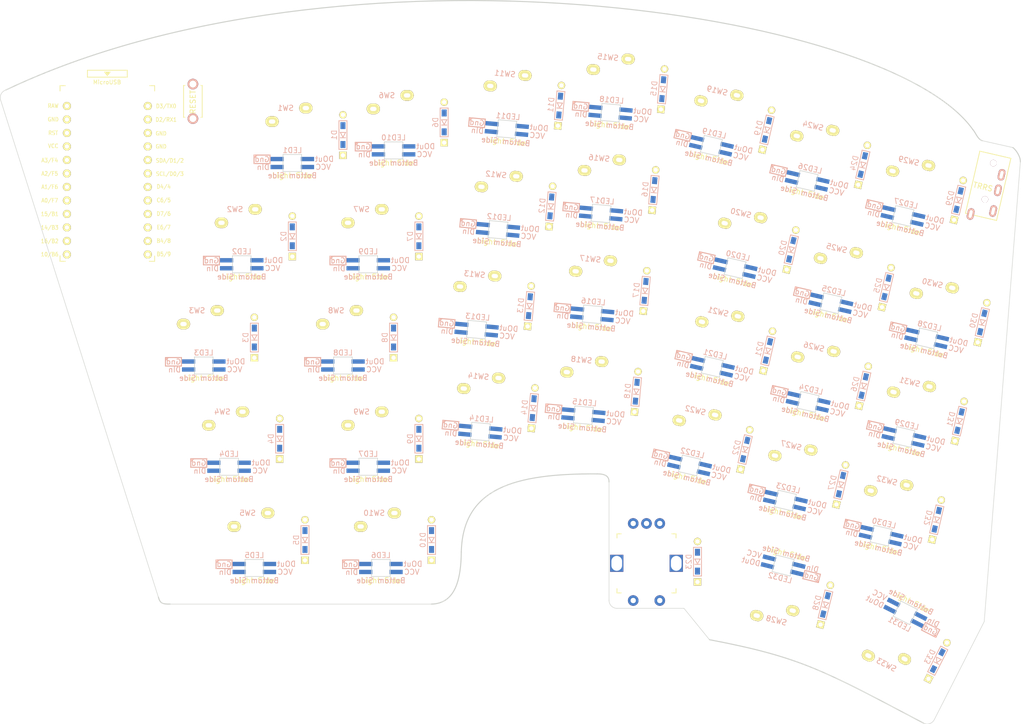
<source format=kicad_pcb>
(kicad_pcb (version 20171130) (host pcbnew "(5.1.10)-1")
  (layers (0 F.Cu signal) (31 B.Cu signal) (34 B.Paste user) (35 F.Paste user) (36 B.SilkS user) (37 F.SilkS user) (38 B.Mask user) (39 F.Mask user) (44 Edge.Cuts user))
  (net 0 "")
  (net 1 "Net-(D1-Pad2)")
  (net 2 Row0)
  (net 3 "Net-(D2-Pad2)")
  (net 4 Row1)
  (net 5 "Net-(D3-Pad2)")
  (net 6 Row2)
  (net 7 "Net-(D4-Pad2)")
  (net 8 Row3)
  (net 9 "Net-(D5-Pad2)")
  (net 10 Row4)
  (net 11 "Net-(D6-Pad2)")
  (net 12 "Net-(D7-Pad2)")
  (net 13 "Net-(D8-Pad2)")
  (net 14 "Net-(D9-Pad2)")
  (net 15 "Net-(D10-Pad2)")
  (net 16 "Net-(D11-Pad2)")
  (net 17 "Net-(D12-Pad2)")
  (net 18 "Net-(D13-Pad2)")
  (net 19 "Net-(D14-Pad2)")
  (net 20 "Net-(D15-Pad2)")
  (net 21 "Net-(D16-Pad2)")
  (net 22 "Net-(D17-Pad2)")
  (net 23 "Net-(D18-Pad2)")
  (net 24 "Net-(D19-Pad2)")
  (net 25 "Net-(D20-Pad2)")
  (net 26 "Net-(D21-Pad2)")
  (net 27 "Net-(D22-Pad2)")
  (net 28 "Net-(D23-Pad2)")
  (net 29 "Net-(D24-Pad2)")
  (net 30 "Net-(D25-Pad2)")
  (net 31 "Net-(D26-Pad2)")
  (net 32 "Net-(D27-Pad2)")
  (net 33 "Net-(D28-Pad2)")
  (net 34 "Net-(D29-Pad2)")
  (net 35 "Net-(D30-Pad2)")
  (net 36 "Net-(D31-Pad2)")
  (net 37 "Net-(D32-Pad2)")
  (net 38 "Net-(D33-Pad2)")
  (net 39 GND)
  (net 40 Data)
  (net 41 "Net-(J1-PadA)")
  (net 42 VCC)
  (net 43 "Net-(LED1-Pad1)")
  (net 44 LED)
  (net 45 "Net-(LED2-Pad1)")
  (net 46 "Net-(LED3-Pad1)")
  (net 47 "Net-(LED4-Pad1)")
  (net 48 "Net-(LED5-Pad1)")
  (net 49 "Net-(LED6-Pad1)")
  (net 50 "Net-(LED7-Pad1)")
  (net 51 "Net-(LED8-Pad1)")
  (net 52 "Net-(LED10-Pad3)")
  (net 53 "Net-(LED10-Pad1)")
  (net 54 "Net-(LED11-Pad1)")
  (net 55 "Net-(LED12-Pad1)")
  (net 56 "Net-(LED13-Pad1)")
  (net 57 "Net-(LED14-Pad1)")
  (net 58 "Net-(LED15-Pad1)")
  (net 59 "Net-(LED16-Pad1)")
  (net 60 "Net-(LED17-Pad1)")
  (net 61 "Net-(LED18-Pad1)")
  (net 62 "Net-(LED19-Pad1)")
  (net 63 "Net-(LED20-Pad1)")
  (net 64 "Net-(LED21-Pad1)")
  (net 65 "Net-(LED22-Pad1)")
  (net 66 "Net-(LED23-Pad1)")
  (net 67 "Net-(LED24-Pad1)")
  (net 68 "Net-(LED25-Pad1)")
  (net 69 "Net-(LED26-Pad1)")
  (net 70 "Net-(LED27-Pad1)")
  (net 71 "Net-(LED28-Pad1)")
  (net 72 "Net-(LED29-Pad1)")
  (net 73 "Net-(LED30-Pad1)")
  (net 74 "Net-(LED31-Pad1)")
  (net 75 "Net-(LED32-Pad1)")
  (net 76 Col0)
  (net 77 Col1)
  (net 78 Col2)
  (net 79 Col3)
  (net 80 Col4)
  (net 81 RotaryB)
  (net 82 RotaryA)
  (net 83 Col5)
  (net 84 Col6)
  (net 85 Reset)
  (net 86 "Net-(U1-Pad24)")
  (net 87 "Net-(U1-Pad12)")
  (module kbd_SW:CherryMX_1u_solder (layer F.Cu) (at 141.086028 131.34875 166)
    (fp_text reference SW28 (at -1.27 -5.08 346) (layer B.SilkS) (effects (justify mirror)))
    (fp_text value SW_PUSH hide)
    (pad 1 thru_hole oval (at -3.81 -2.54 166) (size 2.5 2) (drill oval 1.2 0.8) (layers *.Cu F.SilkS B.Mask) (net 83 Col5))
    (pad 2 thru_hole oval (at 2.54 -5.08 166) (size 2.5 2) (drill oval 1.2 0.8) (layers *.Cu F.SilkS B.Mask) (net 33 "Net-(D28-Pad2)"))
    (pad "" np_thru_hole circle (at 5.08 0 256) (size 1.9 1.9) (drill 1.9) (layers *.Cu *.Mask))
    (pad "" np_thru_hole circle (at -5.08 0 256) (size 1.9 1.9) (drill 1.9) (layers *.Cu *.Mask))
    (pad "" np_thru_hole circle (at 0 0 256) (size 4 4) (drill 4) (layers *.Cu *.Mask))
  )
  (module kbd_Parts:ResetSW (layer B.Cu) (at 31.3 38.9 270)
    (fp_text reference SW34 hide)
    (fp_text value SW_PUSH)
    (fp_text user RESET (at 0.127 0 270) (layer F.SilkS))
    (pad 2 thru_hole circle (at -3.25 0 270) (size 2 2) (drill 1.3) (layers *.Cu *.Mask B.SilkS) (net 39 GND))
    (pad 1 thru_hole circle (at 3.25 0 270) (size 2 2) (drill 1.3) (layers *.Cu *.Mask B.SilkS) (net 85 Reset))
  )
  (module kbd_Parts:Diode_TH_SMD (layer F.Cu) (at 171.451837 144.15801 63)
    (fp_text reference D33 (at 0 -1.63 63) (layer B.SilkS) (effects (font (thickness 0.125)) (justify mirror)))
    (fp_text value D hide)
    (pad 2 smd rect (at 1.775 0 63) (size 1.3 0.95) (layers B.Cu B.Paste B.Mask) (net 38 "Net-(D33-Pad2)"))
    (pad 1 smd rect (at -1.775 0 63) (size 1.3 0.95) (layers B.Cu B.Paste B.Mask) (net 10 Row4))
    (pad 1 thru_hole rect (at -3.81 0 63) (size 1.397 1.397) (drill 0.8128) (layers *.Cu *.Mask F.SilkS) (net 10 Row4))
    (pad 2 thru_hole circle (at 3.81 0 63) (size 1.397 1.397) (drill 0.8128) (layers *.Cu *.Mask F.SilkS) (net 38 "Net-(D33-Pad2)"))
  )
  (module kbd_Parts:Diode_TH_SMD (layer F.Cu) (at 171.2687 117.638527 77)
    (fp_text reference D32 (at 0 -1.63 77) (layer B.SilkS) (effects (font (thickness 0.125)) (justify mirror)))
    (fp_text value D hide)
    (pad 2 thru_hole circle (at 3.81 0 77) (size 1.397 1.397) (drill 0.8128) (layers *.Cu *.Mask F.SilkS) (net 37 "Net-(D32-Pad2)"))
    (pad 1 thru_hole rect (at -3.81 0 77) (size 1.397 1.397) (drill 0.8128) (layers *.Cu *.Mask F.SilkS) (net 8 Row3))
    (pad 1 smd rect (at -1.775 0 77) (size 1.3 0.95) (layers B.Cu B.Paste B.Mask) (net 8 Row3))
    (pad 2 smd rect (at 1.775 0 77) (size 1.3 0.95) (layers B.Cu B.Paste B.Mask) (net 37 "Net-(D32-Pad2)"))
  )
  (module kbd_Parts:Diode_TH_SMD (layer F.Cu) (at 175.554017 99.076777 77)
    (fp_text reference D31 (at 0 -1.63 77) (layer B.SilkS) (effects (font (thickness 0.125)) (justify mirror)))
    (fp_text value D hide)
    (pad 2 thru_hole circle (at 3.81 0 77) (size 1.397 1.397) (drill 0.8128) (layers *.Cu *.Mask F.SilkS) (net 36 "Net-(D31-Pad2)"))
    (pad 1 thru_hole rect (at -3.81 0 77) (size 1.397 1.397) (drill 0.8128) (layers *.Cu *.Mask F.SilkS) (net 6 Row2))
    (pad 1 smd rect (at -1.775 0 77) (size 1.3 0.95) (layers B.Cu B.Paste B.Mask) (net 6 Row2))
    (pad 2 smd rect (at 1.775 0 77) (size 1.3 0.95) (layers B.Cu B.Paste B.Mask) (net 36 "Net-(D31-Pad2)"))
  )
  (module kbd_Parts:Diode_TH_SMD (layer F.Cu) (at 179.839335 80.515027 77)
    (fp_text reference D30 (at 0 -1.63 77) (layer B.SilkS) (effects (font (thickness 0.125)) (justify mirror)))
    (fp_text value D hide)
    (pad 2 thru_hole circle (at 3.81 0 77) (size 1.397 1.397) (drill 0.8128) (layers *.Cu *.Mask F.SilkS) (net 35 "Net-(D30-Pad2)"))
    (pad 1 thru_hole rect (at -3.81 0 77) (size 1.397 1.397) (drill 0.8128) (layers *.Cu *.Mask F.SilkS) (net 4 Row1))
    (pad 1 smd rect (at -1.775 0 77) (size 1.3 0.95) (layers B.Cu B.Paste B.Mask) (net 4 Row1))
    (pad 2 smd rect (at 1.775 0 77) (size 1.3 0.95) (layers B.Cu B.Paste B.Mask) (net 35 "Net-(D30-Pad2)"))
  )
  (module kbd_Parts:Diode_TH_SMD (layer F.Cu) (at 175.379442 57.4904 77)
    (fp_text reference D29 (at 0 -1.63 77) (layer B.SilkS) (effects (font (thickness 0.125)) (justify mirror)))
    (fp_text value D hide)
    (pad 2 thru_hole circle (at 3.81 0 77) (size 1.397 1.397) (drill 0.8128) (layers *.Cu *.Mask F.SilkS) (net 34 "Net-(D29-Pad2)"))
    (pad 1 thru_hole rect (at -3.81 0 77) (size 1.397 1.397) (drill 0.8128) (layers *.Cu *.Mask F.SilkS) (net 2 Row0))
    (pad 1 smd rect (at -1.775 0 77) (size 1.3 0.95) (layers B.Cu B.Paste B.Mask) (net 2 Row0))
    (pad 2 smd rect (at 1.775 0 77) (size 1.3 0.95) (layers B.Cu B.Paste B.Mask) (net 34 "Net-(D29-Pad2)"))
  )
  (module kbd_Parts:Diode_TH_SMD (layer F.Cu) (at 150.328095 133.653056 76)
    (fp_text reference D28 (at 0 -1.63 76) (layer B.SilkS) (effects (font (thickness 0.125)) (justify mirror)))
    (fp_text value D hide)
    (pad 2 smd rect (at 1.775 0 76) (size 1.3 0.95) (layers B.Cu B.Paste B.Mask) (net 33 "Net-(D28-Pad2)"))
    (pad 1 smd rect (at -1.775 0 76) (size 1.3 0.95) (layers B.Cu B.Paste B.Mask) (net 10 Row4))
    (pad 1 thru_hole rect (at -3.81 0 76) (size 1.397 1.397) (drill 0.8128) (layers *.Cu *.Mask F.SilkS) (net 10 Row4))
    (pad 2 thru_hole circle (at 3.81 0 76) (size 1.397 1.397) (drill 0.8128) (layers *.Cu *.Mask F.SilkS) (net 33 "Net-(D28-Pad2)"))
  )
  (module kbd_Parts:Diode_TH_SMD (layer F.Cu) (at 153.242615 111.032991 77)
    (fp_text reference D27 (at 0 -1.63 77) (layer B.SilkS) (effects (font (thickness 0.125)) (justify mirror)))
    (fp_text value D hide)
    (pad 2 thru_hole circle (at 3.81 0 77) (size 1.397 1.397) (drill 0.8128) (layers *.Cu *.Mask F.SilkS) (net 32 "Net-(D27-Pad2)"))
    (pad 1 thru_hole rect (at -3.81 0 77) (size 1.397 1.397) (drill 0.8128) (layers *.Cu *.Mask F.SilkS) (net 8 Row3))
    (pad 1 smd rect (at -1.775 0 77) (size 1.3 0.95) (layers B.Cu B.Paste B.Mask) (net 8 Row3))
    (pad 2 smd rect (at 1.775 0 77) (size 1.3 0.95) (layers B.Cu B.Paste B.Mask) (net 32 "Net-(D27-Pad2)"))
  )
  (module kbd_Parts:Diode_TH_SMD (layer F.Cu) (at 157.527932 92.471241 77)
    (fp_text reference D26 (at 0 -1.63 77) (layer B.SilkS) (effects (font (thickness 0.125)) (justify mirror)))
    (fp_text value D hide)
    (pad 2 thru_hole circle (at 3.81 0 77) (size 1.397 1.397) (drill 0.8128) (layers *.Cu *.Mask F.SilkS) (net 31 "Net-(D26-Pad2)"))
    (pad 1 thru_hole rect (at -3.81 0 77) (size 1.397 1.397) (drill 0.8128) (layers *.Cu *.Mask F.SilkS) (net 6 Row2))
    (pad 1 smd rect (at -1.775 0 77) (size 1.3 0.95) (layers B.Cu B.Paste B.Mask) (net 6 Row2))
    (pad 2 smd rect (at 1.775 0 77) (size 1.3 0.95) (layers B.Cu B.Paste B.Mask) (net 31 "Net-(D26-Pad2)"))
  )
  (module kbd_Parts:Diode_TH_SMD (layer F.Cu) (at 161.81325 73.909491 77)
    (fp_text reference D25 (at 0 -1.63 77) (layer B.SilkS) (effects (font (thickness 0.125)) (justify mirror)))
    (fp_text value D hide)
    (pad 2 thru_hole circle (at 3.81 0 77) (size 1.397 1.397) (drill 0.8128) (layers *.Cu *.Mask F.SilkS) (net 30 "Net-(D25-Pad2)"))
    (pad 1 thru_hole rect (at -3.81 0 77) (size 1.397 1.397) (drill 0.8128) (layers *.Cu *.Mask F.SilkS) (net 4 Row1))
    (pad 1 smd rect (at -1.775 0 77) (size 1.3 0.95) (layers B.Cu B.Paste B.Mask) (net 4 Row1))
    (pad 2 smd rect (at 1.775 0 77) (size 1.3 0.95) (layers B.Cu B.Paste B.Mask) (net 30 "Net-(D25-Pad2)"))
  )
  (module kbd_Parts:Diode_TH_SMD (layer F.Cu) (at 157.353357 50.884864 77)
    (fp_text reference D24 (at 0 -1.63 77) (layer B.SilkS) (effects (font (thickness 0.125)) (justify mirror)))
    (fp_text value D hide)
    (pad 2 thru_hole circle (at 3.81 0 77) (size 1.397 1.397) (drill 0.8128) (layers *.Cu *.Mask F.SilkS) (net 29 "Net-(D24-Pad2)"))
    (pad 1 thru_hole rect (at -3.81 0 77) (size 1.397 1.397) (drill 0.8128) (layers *.Cu *.Mask F.SilkS) (net 2 Row0))
    (pad 1 smd rect (at -1.775 0 77) (size 1.3 0.95) (layers B.Cu B.Paste B.Mask) (net 2 Row0))
    (pad 2 smd rect (at 1.775 0 77) (size 1.3 0.95) (layers B.Cu B.Paste B.Mask) (net 29 "Net-(D24-Pad2)"))
  )
  (module kbd_Parts:Diode_TH_SMD (layer F.Cu) (at 126.24625 125.52 90)
    (fp_text reference D23 (at 0 -1.63 90) (layer B.SilkS) (effects (font (thickness 0.125)) (justify mirror)))
    (fp_text value D hide)
    (pad 2 thru_hole circle (at 3.81 0 90) (size 1.397 1.397) (drill 0.8128) (layers *.Cu *.Mask F.SilkS) (net 28 "Net-(D23-Pad2)"))
    (pad 1 thru_hole rect (at -3.81 0 90) (size 1.397 1.397) (drill 0.8128) (layers *.Cu *.Mask F.SilkS) (net 10 Row4))
    (pad 1 smd rect (at -1.775 0 90) (size 1.3 0.95) (layers B.Cu B.Paste B.Mask) (net 10 Row4))
    (pad 2 smd rect (at 1.775 0 90) (size 1.3 0.95) (layers B.Cu B.Paste B.Mask) (net 28 "Net-(D23-Pad2)"))
  )
  (module kbd_Parts:Diode_TH_SMD (layer F.Cu) (at 135.21653 104.427454 77)
    (fp_text reference D22 (at 0 -1.63 77) (layer B.SilkS) (effects (font (thickness 0.125)) (justify mirror)))
    (fp_text value D hide)
    (pad 2 thru_hole circle (at 3.81 0 77) (size 1.397 1.397) (drill 0.8128) (layers *.Cu *.Mask F.SilkS) (net 27 "Net-(D22-Pad2)"))
    (pad 1 thru_hole rect (at -3.81 0 77) (size 1.397 1.397) (drill 0.8128) (layers *.Cu *.Mask F.SilkS) (net 8 Row3))
    (pad 1 smd rect (at -1.775 0 77) (size 1.3 0.95) (layers B.Cu B.Paste B.Mask) (net 8 Row3))
    (pad 2 smd rect (at 1.775 0 77) (size 1.3 0.95) (layers B.Cu B.Paste B.Mask) (net 27 "Net-(D22-Pad2)"))
  )
  (module kbd_Parts:Diode_TH_SMD (layer F.Cu) (at 139.501847 85.865704 77)
    (fp_text reference D21 (at 0 -1.63 77) (layer B.SilkS) (effects (font (thickness 0.125)) (justify mirror)))
    (fp_text value D hide)
    (pad 2 thru_hole circle (at 3.81 0 77) (size 1.397 1.397) (drill 0.8128) (layers *.Cu *.Mask F.SilkS) (net 26 "Net-(D21-Pad2)"))
    (pad 1 thru_hole rect (at -3.81 0 77) (size 1.397 1.397) (drill 0.8128) (layers *.Cu *.Mask F.SilkS) (net 6 Row2))
    (pad 1 smd rect (at -1.775 0 77) (size 1.3 0.95) (layers B.Cu B.Paste B.Mask) (net 6 Row2))
    (pad 2 smd rect (at 1.775 0 77) (size 1.3 0.95) (layers B.Cu B.Paste B.Mask) (net 26 "Net-(D21-Pad2)"))
  )
  (module kbd_Parts:Diode_TH_SMD (layer F.Cu) (at 143.896266 66.831385 77)
    (fp_text reference D20 (at 0 -1.63 77) (layer B.SilkS) (effects (font (thickness 0.125)) (justify mirror)))
    (fp_text value D hide)
    (pad 2 thru_hole circle (at 3.81 0 77) (size 1.397 1.397) (drill 0.8128) (layers *.Cu *.Mask F.SilkS) (net 25 "Net-(D20-Pad2)"))
    (pad 1 thru_hole rect (at -3.81 0 77) (size 1.397 1.397) (drill 0.8128) (layers *.Cu *.Mask F.SilkS) (net 4 Row1))
    (pad 1 smd rect (at -1.775 0 77) (size 1.3 0.95) (layers B.Cu B.Paste B.Mask) (net 4 Row1))
    (pad 2 smd rect (at 1.775 0 77) (size 1.3 0.95) (layers B.Cu B.Paste B.Mask) (net 25 "Net-(D20-Pad2)"))
  )
  (module kbd_Parts:Diode_TH_SMD (layer F.Cu) (at 139.327272 44.279327 77)
    (fp_text reference D19 (at 0 -1.63 77) (layer B.SilkS) (effects (font (thickness 0.125)) (justify mirror)))
    (fp_text value D hide)
    (pad 2 thru_hole circle (at 3.81 0 77) (size 1.397 1.397) (drill 0.8128) (layers *.Cu *.Mask F.SilkS) (net 24 "Net-(D19-Pad2)"))
    (pad 1 thru_hole rect (at -3.81 0 77) (size 1.397 1.397) (drill 0.8128) (layers *.Cu *.Mask F.SilkS) (net 2 Row0))
    (pad 1 smd rect (at -1.775 0 77) (size 1.3 0.95) (layers B.Cu B.Paste B.Mask) (net 2 Row0))
    (pad 2 smd rect (at 1.775 0 77) (size 1.3 0.95) (layers B.Cu B.Paste B.Mask) (net 24 "Net-(D19-Pad2)"))
  )
  (module kbd_Parts:Diode_TH_SMD (layer F.Cu) (at 114.724114 93.542363 85)
    (fp_text reference D18 (at 0 -1.63 85) (layer B.SilkS) (effects (font (thickness 0.125)) (justify mirror)))
    (fp_text value D hide)
    (pad 2 thru_hole circle (at 3.81 0 85) (size 1.397 1.397) (drill 0.8128) (layers *.Cu *.Mask F.SilkS) (net 23 "Net-(D18-Pad2)"))
    (pad 1 thru_hole rect (at -3.81 0 85) (size 1.397 1.397) (drill 0.8128) (layers *.Cu *.Mask F.SilkS) (net 8 Row3))
    (pad 1 smd rect (at -1.775 0 85) (size 1.3 0.95) (layers B.Cu B.Paste B.Mask) (net 8 Row3))
    (pad 2 smd rect (at 1.775 0 85) (size 1.3 0.95) (layers B.Cu B.Paste B.Mask) (net 23 "Net-(D18-Pad2)"))
  )
  (module kbd_Parts:Diode_TH_SMD (layer F.Cu) (at 116.384431 74.564854 85)
    (fp_text reference D17 (at 0 -1.63 85) (layer B.SilkS) (effects (font (thickness 0.125)) (justify mirror)))
    (fp_text value D hide)
    (pad 2 thru_hole circle (at 3.81 0 85) (size 1.397 1.397) (drill 0.8128) (layers *.Cu *.Mask F.SilkS) (net 22 "Net-(D17-Pad2)"))
    (pad 1 thru_hole rect (at -3.81 0 85) (size 1.397 1.397) (drill 0.8128) (layers *.Cu *.Mask F.SilkS) (net 6 Row2))
    (pad 1 smd rect (at -1.775 0 85) (size 1.3 0.95) (layers B.Cu B.Paste B.Mask) (net 6 Row2))
    (pad 2 smd rect (at 1.775 0 85) (size 1.3 0.95) (layers B.Cu B.Paste B.Mask) (net 22 "Net-(D17-Pad2)"))
  )
  (module kbd_Parts:Diode_TH_SMD (layer F.Cu) (at 118.044748 55.587345 85)
    (fp_text reference D16 (at 0 -1.63 85) (layer B.SilkS) (effects (font (thickness 0.125)) (justify mirror)))
    (fp_text value D hide)
    (pad 2 thru_hole circle (at 3.81 0 85) (size 1.397 1.397) (drill 0.8128) (layers *.Cu *.Mask F.SilkS) (net 21 "Net-(D16-Pad2)"))
    (pad 1 thru_hole rect (at -3.81 0 85) (size 1.397 1.397) (drill 0.8128) (layers *.Cu *.Mask F.SilkS) (net 4 Row1))
    (pad 1 smd rect (at -1.775 0 85) (size 1.3 0.95) (layers B.Cu B.Paste B.Mask) (net 4 Row1))
    (pad 2 smd rect (at 1.775 0 85) (size 1.3 0.95) (layers B.Cu B.Paste B.Mask) (net 21 "Net-(D16-Pad2)"))
  )
  (module kbd_Parts:Diode_TH_SMD (layer F.Cu) (at 119.705065 36.609836 85)
    (fp_text reference D15 (at 0 -1.63 85) (layer B.SilkS) (effects (font (thickness 0.125)) (justify mirror)))
    (fp_text value D hide)
    (pad 2 thru_hole circle (at 3.81 0 85) (size 1.397 1.397) (drill 0.8128) (layers *.Cu *.Mask F.SilkS) (net 20 "Net-(D15-Pad2)"))
    (pad 1 thru_hole rect (at -3.81 0 85) (size 1.397 1.397) (drill 0.8128) (layers *.Cu *.Mask F.SilkS) (net 2 Row0))
    (pad 1 smd rect (at -1.775 0 85) (size 1.3 0.95) (layers B.Cu B.Paste B.Mask) (net 2 Row0))
    (pad 2 smd rect (at 1.775 0 85) (size 1.3 0.95) (layers B.Cu B.Paste B.Mask) (net 20 "Net-(D15-Pad2)"))
  )
  (module kbd_Parts:Diode_TH_SMD (layer F.Cu) (at 95.331526 96.626423 85)
    (fp_text reference D14 (at 0 -1.63 85) (layer B.SilkS) (effects (font (thickness 0.125)) (justify mirror)))
    (fp_text value D hide)
    (pad 2 thru_hole circle (at 3.81 0 85) (size 1.397 1.397) (drill 0.8128) (layers *.Cu *.Mask F.SilkS) (net 19 "Net-(D14-Pad2)"))
    (pad 1 thru_hole rect (at -3.81 0 85) (size 1.397 1.397) (drill 0.8128) (layers *.Cu *.Mask F.SilkS) (net 8 Row3))
    (pad 1 smd rect (at -1.775 0 85) (size 1.3 0.95) (layers B.Cu B.Paste B.Mask) (net 8 Row3))
    (pad 2 smd rect (at 1.775 0 85) (size 1.3 0.95) (layers B.Cu B.Paste B.Mask) (net 19 "Net-(D14-Pad2)"))
  )
  (module kbd_Parts:Diode_TH_SMD (layer F.Cu) (at 94.619655 77.441374 85)
    (fp_text reference D13 (at 0 -1.63 85) (layer B.SilkS) (effects (font (thickness 0.125)) (justify mirror)))
    (fp_text value D hide)
    (pad 2 thru_hole circle (at 3.81 0 85) (size 1.397 1.397) (drill 0.8128) (layers *.Cu *.Mask F.SilkS) (net 18 "Net-(D13-Pad2)"))
    (pad 1 thru_hole rect (at -3.81 0 85) (size 1.397 1.397) (drill 0.8128) (layers *.Cu *.Mask F.SilkS) (net 6 Row2))
    (pad 1 smd rect (at -1.775 0 85) (size 1.3 0.95) (layers B.Cu B.Paste B.Mask) (net 6 Row2))
    (pad 2 smd rect (at 1.775 0 85) (size 1.3 0.95) (layers B.Cu B.Paste B.Mask) (net 18 "Net-(D13-Pad2)"))
  )
  (module kbd_Parts:Diode_TH_SMD (layer F.Cu) (at 98.652159 58.671405 85)
    (fp_text reference D12 (at 0 -1.63 85) (layer B.SilkS) (effects (font (thickness 0.125)) (justify mirror)))
    (fp_text value D hide)
    (pad 2 thru_hole circle (at 3.81 0 85) (size 1.397 1.397) (drill 0.8128) (layers *.Cu *.Mask F.SilkS) (net 17 "Net-(D12-Pad2)"))
    (pad 1 thru_hole rect (at -3.81 0 85) (size 1.397 1.397) (drill 0.8128) (layers *.Cu *.Mask F.SilkS) (net 4 Row1))
    (pad 1 smd rect (at -1.775 0 85) (size 1.3 0.95) (layers B.Cu B.Paste B.Mask) (net 4 Row1))
    (pad 2 smd rect (at 1.775 0 85) (size 1.3 0.95) (layers B.Cu B.Paste B.Mask) (net 17 "Net-(D12-Pad2)"))
  )
  (module kbd_Parts:Diode_TH_SMD (layer F.Cu) (at 100.312477 39.693896 85)
    (fp_text reference D11 (at 0 -1.63 85) (layer B.SilkS) (effects (font (thickness 0.125)) (justify mirror)))
    (fp_text value D hide)
    (pad 2 thru_hole circle (at 3.81 0 85) (size 1.397 1.397) (drill 0.8128) (layers *.Cu *.Mask F.SilkS) (net 16 "Net-(D11-Pad2)"))
    (pad 1 thru_hole rect (at -3.81 0 85) (size 1.397 1.397) (drill 0.8128) (layers *.Cu *.Mask F.SilkS) (net 2 Row0))
    (pad 1 smd rect (at -1.775 0 85) (size 1.3 0.95) (layers B.Cu B.Paste B.Mask) (net 2 Row0))
    (pad 2 smd rect (at 1.775 0 85) (size 1.3 0.95) (layers B.Cu B.Paste B.Mask) (net 16 "Net-(D11-Pad2)"))
  )
  (module kbd_Parts:Diode_TH_SMD (layer F.Cu) (at 76.2 121.44375 90)
    (fp_text reference D10 (at 0 -1.63 90) (layer B.SilkS) (effects (font (thickness 0.125)) (justify mirror)))
    (fp_text value D hide)
    (pad 2 thru_hole circle (at 3.81 0 90) (size 1.397 1.397) (drill 0.8128) (layers *.Cu *.Mask F.SilkS) (net 15 "Net-(D10-Pad2)"))
    (pad 1 thru_hole rect (at -3.81 0 90) (size 1.397 1.397) (drill 0.8128) (layers *.Cu *.Mask F.SilkS) (net 10 Row4))
    (pad 1 smd rect (at -1.775 0 90) (size 1.3 0.95) (layers B.Cu B.Paste B.Mask) (net 10 Row4))
    (pad 2 smd rect (at 1.775 0 90) (size 1.3 0.95) (layers B.Cu B.Paste B.Mask) (net 15 "Net-(D10-Pad2)"))
  )
  (module kbd_Parts:Diode_TH_SMD (layer F.Cu) (at 73.81875 102.39375 90)
    (fp_text reference D9 (at 0 -1.63 90) (layer B.SilkS) (effects (font (thickness 0.125)) (justify mirror)))
    (fp_text value D hide)
    (pad 2 thru_hole circle (at 3.81 0 90) (size 1.397 1.397) (drill 0.8128) (layers *.Cu *.Mask F.SilkS) (net 14 "Net-(D9-Pad2)"))
    (pad 1 thru_hole rect (at -3.81 0 90) (size 1.397 1.397) (drill 0.8128) (layers *.Cu *.Mask F.SilkS) (net 8 Row3))
    (pad 1 smd rect (at -1.775 0 90) (size 1.3 0.95) (layers B.Cu B.Paste B.Mask) (net 8 Row3))
    (pad 2 smd rect (at 1.775 0 90) (size 1.3 0.95) (layers B.Cu B.Paste B.Mask) (net 14 "Net-(D9-Pad2)"))
  )
  (module kbd_Parts:Diode_TH_SMD (layer F.Cu) (at 69.05625 83.34375 90)
    (fp_text reference D8 (at 0 -1.63 90) (layer B.SilkS) (effects (font (thickness 0.125)) (justify mirror)))
    (fp_text value D hide)
    (pad 2 thru_hole circle (at 3.81 0 90) (size 1.397 1.397) (drill 0.8128) (layers *.Cu *.Mask F.SilkS) (net 13 "Net-(D8-Pad2)"))
    (pad 1 thru_hole rect (at -3.81 0 90) (size 1.397 1.397) (drill 0.8128) (layers *.Cu *.Mask F.SilkS) (net 6 Row2))
    (pad 1 smd rect (at -1.775 0 90) (size 1.3 0.95) (layers B.Cu B.Paste B.Mask) (net 6 Row2))
    (pad 2 smd rect (at 1.775 0 90) (size 1.3 0.95) (layers B.Cu B.Paste B.Mask) (net 13 "Net-(D8-Pad2)"))
  )
  (module kbd_Parts:Diode_TH_SMD (layer F.Cu) (at 73.81875 64.29375 90)
    (fp_text reference D7 (at 0 -1.63 90) (layer B.SilkS) (effects (font (thickness 0.125)) (justify mirror)))
    (fp_text value D hide)
    (pad 2 thru_hole circle (at 3.81 0 90) (size 1.397 1.397) (drill 0.8128) (layers *.Cu *.Mask F.SilkS) (net 12 "Net-(D7-Pad2)"))
    (pad 1 thru_hole rect (at -3.81 0 90) (size 1.397 1.397) (drill 0.8128) (layers *.Cu *.Mask F.SilkS) (net 4 Row1))
    (pad 1 smd rect (at -1.775 0 90) (size 1.3 0.95) (layers B.Cu B.Paste B.Mask) (net 4 Row1))
    (pad 2 smd rect (at 1.775 0 90) (size 1.3 0.95) (layers B.Cu B.Paste B.Mask) (net 12 "Net-(D7-Pad2)"))
  )
  (module kbd_Parts:Diode_TH_SMD (layer F.Cu) (at 78.58125 42.8625 90)
    (fp_text reference D6 (at 0 -1.63 90) (layer B.SilkS) (effects (font (thickness 0.125)) (justify mirror)))
    (fp_text value D hide)
    (pad 2 thru_hole circle (at 3.81 0 90) (size 1.397 1.397) (drill 0.8128) (layers *.Cu *.Mask F.SilkS) (net 11 "Net-(D6-Pad2)"))
    (pad 1 thru_hole rect (at -3.81 0 90) (size 1.397 1.397) (drill 0.8128) (layers *.Cu *.Mask F.SilkS) (net 2 Row0))
    (pad 1 smd rect (at -1.775 0 90) (size 1.3 0.95) (layers B.Cu B.Paste B.Mask) (net 2 Row0))
    (pad 2 smd rect (at 1.775 0 90) (size 1.3 0.95) (layers B.Cu B.Paste B.Mask) (net 11 "Net-(D6-Pad2)"))
  )
  (module kbd_Parts:Diode_TH_SMD (layer F.Cu) (at 52.3875 121.44375 90)
    (fp_text reference D5 (at 0 -1.63 90) (layer B.SilkS) (effects (font (thickness 0.125)) (justify mirror)))
    (fp_text value D hide)
    (pad 2 thru_hole circle (at 3.81 0 90) (size 1.397 1.397) (drill 0.8128) (layers *.Cu *.Mask F.SilkS) (net 9 "Net-(D5-Pad2)"))
    (pad 1 thru_hole rect (at -3.81 0 90) (size 1.397 1.397) (drill 0.8128) (layers *.Cu *.Mask F.SilkS) (net 10 Row4))
    (pad 1 smd rect (at -1.775 0 90) (size 1.3 0.95) (layers B.Cu B.Paste B.Mask) (net 10 Row4))
    (pad 2 smd rect (at 1.775 0 90) (size 1.3 0.95) (layers B.Cu B.Paste B.Mask) (net 9 "Net-(D5-Pad2)"))
  )
  (module kbd_Parts:Diode_TH_SMD (layer F.Cu) (at 47.625 102.39375 90)
    (fp_text reference D4 (at 0 -1.63 90) (layer B.SilkS) (effects (font (thickness 0.125)) (justify mirror)))
    (fp_text value D hide)
    (pad 2 thru_hole circle (at 3.81 0 90) (size 1.397 1.397) (drill 0.8128) (layers *.Cu *.Mask F.SilkS) (net 7 "Net-(D4-Pad2)"))
    (pad 1 thru_hole rect (at -3.81 0 90) (size 1.397 1.397) (drill 0.8128) (layers *.Cu *.Mask F.SilkS) (net 8 Row3))
    (pad 1 smd rect (at -1.775 0 90) (size 1.3 0.95) (layers B.Cu B.Paste B.Mask) (net 8 Row3))
    (pad 2 smd rect (at 1.775 0 90) (size 1.3 0.95) (layers B.Cu B.Paste B.Mask) (net 7 "Net-(D4-Pad2)"))
  )
  (module kbd_Parts:Diode_TH_SMD (layer F.Cu) (at 42.8625 83.34375 90)
    (fp_text reference D3 (at 0 -1.63 90) (layer B.SilkS) (effects (font (thickness 0.125)) (justify mirror)))
    (fp_text value D hide)
    (pad 2 thru_hole circle (at 3.81 0 90) (size 1.397 1.397) (drill 0.8128) (layers *.Cu *.Mask F.SilkS) (net 5 "Net-(D3-Pad2)"))
    (pad 1 thru_hole rect (at -3.81 0 90) (size 1.397 1.397) (drill 0.8128) (layers *.Cu *.Mask F.SilkS) (net 6 Row2))
    (pad 1 smd rect (at -1.775 0 90) (size 1.3 0.95) (layers B.Cu B.Paste B.Mask) (net 6 Row2))
    (pad 2 smd rect (at 1.775 0 90) (size 1.3 0.95) (layers B.Cu B.Paste B.Mask) (net 5 "Net-(D3-Pad2)"))
  )
  (module kbd_Parts:Diode_TH_SMD (layer F.Cu) (at 50.00625 64.29375 90)
    (fp_text reference D2 (at 0 -1.63 90) (layer B.SilkS) (effects (font (thickness 0.125)) (justify mirror)))
    (fp_text value D hide)
    (pad 2 thru_hole circle (at 3.81 0 90) (size 1.397 1.397) (drill 0.8128) (layers *.Cu *.Mask F.SilkS) (net 3 "Net-(D2-Pad2)"))
    (pad 1 thru_hole rect (at -3.81 0 90) (size 1.397 1.397) (drill 0.8128) (layers *.Cu *.Mask F.SilkS) (net 4 Row1))
    (pad 1 smd rect (at -1.775 0 90) (size 1.3 0.95) (layers B.Cu B.Paste B.Mask) (net 4 Row1))
    (pad 2 smd rect (at 1.775 0 90) (size 1.3 0.95) (layers B.Cu B.Paste B.Mask) (net 3 "Net-(D2-Pad2)"))
  )
  (module kbd_Parts:Diode_TH_SMD (layer F.Cu) (at 59.53125 45.24375 90)
    (fp_text reference D1 (at 0 -1.63 90) (layer B.SilkS) (effects (font (thickness 0.125)) (justify mirror)))
    (fp_text value D hide)
    (pad 2 thru_hole circle (at 3.81 0 90) (size 1.397 1.397) (drill 0.8128) (layers *.Cu *.Mask F.SilkS) (net 1 "Net-(D1-Pad2)"))
    (pad 1 thru_hole rect (at -3.81 0 90) (size 1.397 1.397) (drill 0.8128) (layers *.Cu *.Mask F.SilkS) (net 2 Row0))
    (pad 1 smd rect (at -1.775 0 90) (size 1.3 0.95) (layers B.Cu B.Paste B.Mask) (net 2 Row0))
    (pad 2 smd rect (at 1.775 0 90) (size 1.3 0.95) (layers B.Cu B.Paste B.Mask) (net 1 "Net-(D1-Pad2)"))
  )
  (module kbd_Parts:LED_SK6812MINI-E_BL (layer F.Cu) (at 142.359142 126.242568 166)
    (fp_text reference LED32 (at 0 -2.4 166) (layer B.SilkS) (effects (justify mirror)))
    (fp_text value LED_SK6812MINI-E)
    (fp_line (start 1.75 1.6) (end -1.75 1.6) (layer Edge.Cuts) (width 0.12))
    (fp_line (start 1.75 -1.6) (end 1.75 1.6) (layer Edge.Cuts) (width 0.12))
    (fp_line (start -1.75 -1.6) (end 1.75 -1.6) (layer Edge.Cuts) (width 0.12))
    (fp_line (start -1.75 1.6) (end -1.75 -1.6) (layer Edge.Cuts) (width 0.12))
    (fp_text user "Bottom Side" (at 0 2.35 166) (layer B.SilkS) (effects (justify mirror)))
    (fp_text user "Light Side" (at 0 2.35 166) (layer F.SilkS))
    (fp_text user VCC (at 5.82 0.75 166) (layer B.SilkS) (effects (justify mirror)))
    (fp_text user DOut (at 6.03 -0.75 166) (layer B.SilkS) (effects (justify mirror)))
    (fp_text user DIn (at -5.49 0.79 166) (layer B.SilkS) (effects (justify mirror)))
    (fp_text user Gnd (at -5.69 -0.7 166) (layer B.SilkS) (effects (justify mirror)))
    (pad 3 smd rect (at -2.5 0.75 166) (size 2.5 0.82) (drill (offset -0.35 0)) (layers B.Cu B.Paste B.Mask) (net 74 "Net-(LED31-Pad1)"))
    (pad 2 smd rect (at -2.5 -0.75 166) (size 2.5 0.82) (drill (offset -0.35 0)) (layers B.Cu B.Paste B.Mask) (net 39 GND))
    (pad 1 smd rect (at 2.5 -0.75 166) (size 2.5 0.82) (drill (offset 0.35 0)) (layers B.Cu B.Paste B.Mask) (net 75 "Net-(LED32-Pad1)"))
    (pad 4 smd rect (at 2.5 0.75 166) (size 2.5 0.82) (drill (offset 0.35 0)) (layers B.Cu B.Paste B.Mask) (net 42 VCC))
  )
  (module kbd_Parts:LED_SK6812MINI-E_BL (layer F.Cu) (at 165.354125 135.144828 153)
    (fp_text reference LED31 (at 0 -2.4 153) (layer B.SilkS) (effects (justify mirror)))
    (fp_text value LED_SK6812MINI-E)
    (fp_line (start 1.75 1.6) (end -1.75 1.6) (layer Edge.Cuts) (width 0.12))
    (fp_line (start 1.75 -1.6) (end 1.75 1.6) (layer Edge.Cuts) (width 0.12))
    (fp_line (start -1.75 -1.6) (end 1.75 -1.6) (layer Edge.Cuts) (width 0.12))
    (fp_line (start -1.75 1.6) (end -1.75 -1.6) (layer Edge.Cuts) (width 0.12))
    (fp_text user "Bottom Side" (at 0 2.35 153) (layer B.SilkS) (effects (justify mirror)))
    (fp_text user "Light Side" (at 0 2.35 153) (layer F.SilkS))
    (fp_text user VCC (at 5.82 0.75 153) (layer B.SilkS) (effects (justify mirror)))
    (fp_text user DOut (at 6.03 -0.75 153) (layer B.SilkS) (effects (justify mirror)))
    (fp_text user DIn (at -5.49 0.79 153) (layer B.SilkS) (effects (justify mirror)))
    (fp_text user Gnd (at -5.69 -0.7 153) (layer B.SilkS) (effects (justify mirror)))
    (pad 3 smd rect (at -2.5 0.75 153) (size 2.5 0.82) (drill (offset -0.35 0)) (layers B.Cu B.Paste B.Mask) (net 73 "Net-(LED30-Pad1)"))
    (pad 2 smd rect (at -2.5 -0.75 153) (size 2.5 0.82) (drill (offset -0.35 0)) (layers B.Cu B.Paste B.Mask) (net 39 GND))
    (pad 1 smd rect (at 2.5 -0.75 153) (size 2.5 0.82) (drill (offset 0.35 0)) (layers B.Cu B.Paste B.Mask) (net 74 "Net-(LED31-Pad1)"))
    (pad 4 smd rect (at 2.5 0.75 153) (size 2.5 0.82) (drill (offset 0.35 0)) (layers B.Cu B.Paste B.Mask) (net 42 VCC))
  )
  (module kbd_Parts:LED_SK6812MINI-E_BL (layer F.Cu) (at 160.80402 120.62349 347)
    (fp_text reference LED30 (at 0 -2.4 167) (layer B.SilkS) (effects (justify mirror)))
    (fp_text value LED_SK6812MINI-E)
    (fp_line (start -1.75 1.6) (end -1.75 -1.6) (layer Edge.Cuts) (width 0.12))
    (fp_line (start -1.75 -1.6) (end 1.75 -1.6) (layer Edge.Cuts) (width 0.12))
    (fp_line (start 1.75 -1.6) (end 1.75 1.6) (layer Edge.Cuts) (width 0.12))
    (fp_line (start 1.75 1.6) (end -1.75 1.6) (layer Edge.Cuts) (width 0.12))
    (fp_text user Gnd (at -5.69 -0.7 167) (layer B.SilkS) (effects (justify mirror)))
    (fp_text user DIn (at -5.49 0.79 167) (layer B.SilkS) (effects (justify mirror)))
    (fp_text user DOut (at 6.03 -0.75 167) (layer B.SilkS) (effects (justify mirror)))
    (fp_text user VCC (at 5.82 0.75 167) (layer B.SilkS) (effects (justify mirror)))
    (fp_text user "Light Side" (at 0 2.35 167) (layer F.SilkS))
    (fp_text user "Bottom Side" (at 0 2.35 167) (layer B.SilkS) (effects (justify mirror)))
    (pad 4 smd rect (at 2.5 0.75 347) (size 2.5 0.82) (drill (offset 0.35 0)) (layers B.Cu B.Paste B.Mask) (net 42 VCC))
    (pad 1 smd rect (at 2.5 -0.75 347) (size 2.5 0.82) (drill (offset 0.35 0)) (layers B.Cu B.Paste B.Mask) (net 73 "Net-(LED30-Pad1)"))
    (pad 2 smd rect (at -2.5 -0.75 347) (size 2.5 0.82) (drill (offset -0.35 0)) (layers B.Cu B.Paste B.Mask) (net 39 GND))
    (pad 3 smd rect (at -2.5 0.75 347) (size 2.5 0.82) (drill (offset -0.35 0)) (layers B.Cu B.Paste B.Mask) (net 72 "Net-(LED29-Pad1)"))
  )
  (module kbd_Parts:LED_SK6812MINI-E_BL (layer F.Cu) (at 165.089338 102.061741 347)
    (fp_text reference LED29 (at 0 -2.4 167) (layer B.SilkS) (effects (justify mirror)))
    (fp_text value LED_SK6812MINI-E)
    (fp_line (start -1.75 1.6) (end -1.75 -1.6) (layer Edge.Cuts) (width 0.12))
    (fp_line (start -1.75 -1.6) (end 1.75 -1.6) (layer Edge.Cuts) (width 0.12))
    (fp_line (start 1.75 -1.6) (end 1.75 1.6) (layer Edge.Cuts) (width 0.12))
    (fp_line (start 1.75 1.6) (end -1.75 1.6) (layer Edge.Cuts) (width 0.12))
    (fp_text user Gnd (at -5.69 -0.7 167) (layer B.SilkS) (effects (justify mirror)))
    (fp_text user DIn (at -5.49 0.79 167) (layer B.SilkS) (effects (justify mirror)))
    (fp_text user DOut (at 6.03 -0.75 167) (layer B.SilkS) (effects (justify mirror)))
    (fp_text user VCC (at 5.82 0.75 167) (layer B.SilkS) (effects (justify mirror)))
    (fp_text user "Light Side" (at 0 2.35 167) (layer F.SilkS))
    (fp_text user "Bottom Side" (at 0 2.35 167) (layer B.SilkS) (effects (justify mirror)))
    (pad 4 smd rect (at 2.5 0.75 347) (size 2.5 0.82) (drill (offset 0.35 0)) (layers B.Cu B.Paste B.Mask) (net 42 VCC))
    (pad 1 smd rect (at 2.5 -0.75 347) (size 2.5 0.82) (drill (offset 0.35 0)) (layers B.Cu B.Paste B.Mask) (net 72 "Net-(LED29-Pad1)"))
    (pad 2 smd rect (at -2.5 -0.75 347) (size 2.5 0.82) (drill (offset -0.35 0)) (layers B.Cu B.Paste B.Mask) (net 39 GND))
    (pad 3 smd rect (at -2.5 0.75 347) (size 2.5 0.82) (drill (offset -0.35 0)) (layers B.Cu B.Paste B.Mask) (net 71 "Net-(LED28-Pad1)"))
  )
  (module kbd_Parts:LED_SK6812MINI-E_BL (layer F.Cu) (at 169.374655 83.499991 347)
    (fp_text reference LED28 (at 0 -2.4 167) (layer B.SilkS) (effects (justify mirror)))
    (fp_text value LED_SK6812MINI-E)
    (fp_line (start -1.75 1.6) (end -1.75 -1.6) (layer Edge.Cuts) (width 0.12))
    (fp_line (start -1.75 -1.6) (end 1.75 -1.6) (layer Edge.Cuts) (width 0.12))
    (fp_line (start 1.75 -1.6) (end 1.75 1.6) (layer Edge.Cuts) (width 0.12))
    (fp_line (start 1.75 1.6) (end -1.75 1.6) (layer Edge.Cuts) (width 0.12))
    (fp_text user Gnd (at -5.69 -0.7 167) (layer B.SilkS) (effects (justify mirror)))
    (fp_text user DIn (at -5.49 0.79 167) (layer B.SilkS) (effects (justify mirror)))
    (fp_text user DOut (at 6.03 -0.75 167) (layer B.SilkS) (effects (justify mirror)))
    (fp_text user VCC (at 5.82 0.75 167) (layer B.SilkS) (effects (justify mirror)))
    (fp_text user "Light Side" (at 0 2.35 167) (layer F.SilkS))
    (fp_text user "Bottom Side" (at 0 2.35 167) (layer B.SilkS) (effects (justify mirror)))
    (pad 4 smd rect (at 2.5 0.75 347) (size 2.5 0.82) (drill (offset 0.35 0)) (layers B.Cu B.Paste B.Mask) (net 42 VCC))
    (pad 1 smd rect (at 2.5 -0.75 347) (size 2.5 0.82) (drill (offset 0.35 0)) (layers B.Cu B.Paste B.Mask) (net 71 "Net-(LED28-Pad1)"))
    (pad 2 smd rect (at -2.5 -0.75 347) (size 2.5 0.82) (drill (offset -0.35 0)) (layers B.Cu B.Paste B.Mask) (net 39 GND))
    (pad 3 smd rect (at -2.5 0.75 347) (size 2.5 0.82) (drill (offset -0.35 0)) (layers B.Cu B.Paste B.Mask) (net 70 "Net-(LED27-Pad1)"))
  )
  (module kbd_Parts:LED_SK6812MINI-E_BL (layer F.Cu) (at 164.914763 60.475364 347)
    (fp_text reference LED27 (at 0 -2.4 167) (layer B.SilkS) (effects (justify mirror)))
    (fp_text value LED_SK6812MINI-E)
    (fp_line (start -1.75 1.6) (end -1.75 -1.6) (layer Edge.Cuts) (width 0.12))
    (fp_line (start -1.75 -1.6) (end 1.75 -1.6) (layer Edge.Cuts) (width 0.12))
    (fp_line (start 1.75 -1.6) (end 1.75 1.6) (layer Edge.Cuts) (width 0.12))
    (fp_line (start 1.75 1.6) (end -1.75 1.6) (layer Edge.Cuts) (width 0.12))
    (fp_text user Gnd (at -5.69 -0.7 167) (layer B.SilkS) (effects (justify mirror)))
    (fp_text user DIn (at -5.49 0.79 167) (layer B.SilkS) (effects (justify mirror)))
    (fp_text user DOut (at 6.03 -0.75 167) (layer B.SilkS) (effects (justify mirror)))
    (fp_text user VCC (at 5.82 0.75 167) (layer B.SilkS) (effects (justify mirror)))
    (fp_text user "Light Side" (at 0 2.35 167) (layer F.SilkS))
    (fp_text user "Bottom Side" (at 0 2.35 167) (layer B.SilkS) (effects (justify mirror)))
    (pad 4 smd rect (at 2.5 0.75 347) (size 2.5 0.82) (drill (offset 0.35 0)) (layers B.Cu B.Paste B.Mask) (net 42 VCC))
    (pad 1 smd rect (at 2.5 -0.75 347) (size 2.5 0.82) (drill (offset 0.35 0)) (layers B.Cu B.Paste B.Mask) (net 70 "Net-(LED27-Pad1)"))
    (pad 2 smd rect (at -2.5 -0.75 347) (size 2.5 0.82) (drill (offset -0.35 0)) (layers B.Cu B.Paste B.Mask) (net 39 GND))
    (pad 3 smd rect (at -2.5 0.75 347) (size 2.5 0.82) (drill (offset -0.35 0)) (layers B.Cu B.Paste B.Mask) (net 69 "Net-(LED26-Pad1)"))
  )
  (module kbd_Parts:LED_SK6812MINI-E_BL (layer F.Cu) (at 146.888678 53.869827 347)
    (fp_text reference LED26 (at 0 -2.4 167) (layer B.SilkS) (effects (justify mirror)))
    (fp_text value LED_SK6812MINI-E)
    (fp_line (start -1.75 1.6) (end -1.75 -1.6) (layer Edge.Cuts) (width 0.12))
    (fp_line (start -1.75 -1.6) (end 1.75 -1.6) (layer Edge.Cuts) (width 0.12))
    (fp_line (start 1.75 -1.6) (end 1.75 1.6) (layer Edge.Cuts) (width 0.12))
    (fp_line (start 1.75 1.6) (end -1.75 1.6) (layer Edge.Cuts) (width 0.12))
    (fp_text user Gnd (at -5.69 -0.7 167) (layer B.SilkS) (effects (justify mirror)))
    (fp_text user DIn (at -5.49 0.79 167) (layer B.SilkS) (effects (justify mirror)))
    (fp_text user DOut (at 6.03 -0.75 167) (layer B.SilkS) (effects (justify mirror)))
    (fp_text user VCC (at 5.82 0.75 167) (layer B.SilkS) (effects (justify mirror)))
    (fp_text user "Light Side" (at 0 2.35 167) (layer F.SilkS))
    (fp_text user "Bottom Side" (at 0 2.35 167) (layer B.SilkS) (effects (justify mirror)))
    (pad 4 smd rect (at 2.5 0.75 347) (size 2.5 0.82) (drill (offset 0.35 0)) (layers B.Cu B.Paste B.Mask) (net 42 VCC))
    (pad 1 smd rect (at 2.5 -0.75 347) (size 2.5 0.82) (drill (offset 0.35 0)) (layers B.Cu B.Paste B.Mask) (net 69 "Net-(LED26-Pad1)"))
    (pad 2 smd rect (at -2.5 -0.75 347) (size 2.5 0.82) (drill (offset -0.35 0)) (layers B.Cu B.Paste B.Mask) (net 39 GND))
    (pad 3 smd rect (at -2.5 0.75 347) (size 2.5 0.82) (drill (offset -0.35 0)) (layers B.Cu B.Paste B.Mask) (net 68 "Net-(LED25-Pad1)"))
  )
  (module kbd_Parts:LED_SK6812MINI-E_BL (layer F.Cu) (at 151.34857 76.894455 347)
    (fp_text reference LED25 (at 0 -2.4 167) (layer B.SilkS) (effects (justify mirror)))
    (fp_text value LED_SK6812MINI-E)
    (fp_line (start -1.75 1.6) (end -1.75 -1.6) (layer Edge.Cuts) (width 0.12))
    (fp_line (start -1.75 -1.6) (end 1.75 -1.6) (layer Edge.Cuts) (width 0.12))
    (fp_line (start 1.75 -1.6) (end 1.75 1.6) (layer Edge.Cuts) (width 0.12))
    (fp_line (start 1.75 1.6) (end -1.75 1.6) (layer Edge.Cuts) (width 0.12))
    (fp_text user Gnd (at -5.69 -0.7 167) (layer B.SilkS) (effects (justify mirror)))
    (fp_text user DIn (at -5.49 0.79 167) (layer B.SilkS) (effects (justify mirror)))
    (fp_text user DOut (at 6.03 -0.75 167) (layer B.SilkS) (effects (justify mirror)))
    (fp_text user VCC (at 5.82 0.75 167) (layer B.SilkS) (effects (justify mirror)))
    (fp_text user "Light Side" (at 0 2.35 167) (layer F.SilkS))
    (fp_text user "Bottom Side" (at 0 2.35 167) (layer B.SilkS) (effects (justify mirror)))
    (pad 4 smd rect (at 2.5 0.75 347) (size 2.5 0.82) (drill (offset 0.35 0)) (layers B.Cu B.Paste B.Mask) (net 42 VCC))
    (pad 1 smd rect (at 2.5 -0.75 347) (size 2.5 0.82) (drill (offset 0.35 0)) (layers B.Cu B.Paste B.Mask) (net 68 "Net-(LED25-Pad1)"))
    (pad 2 smd rect (at -2.5 -0.75 347) (size 2.5 0.82) (drill (offset -0.35 0)) (layers B.Cu B.Paste B.Mask) (net 39 GND))
    (pad 3 smd rect (at -2.5 0.75 347) (size 2.5 0.82) (drill (offset -0.35 0)) (layers B.Cu B.Paste B.Mask) (net 67 "Net-(LED24-Pad1)"))
  )
  (module kbd_Parts:LED_SK6812MINI-E_BL (layer F.Cu) (at 147.063253 95.456204 347)
    (fp_text reference LED24 (at 0 -2.4 167) (layer B.SilkS) (effects (justify mirror)))
    (fp_text value LED_SK6812MINI-E)
    (fp_line (start -1.75 1.6) (end -1.75 -1.6) (layer Edge.Cuts) (width 0.12))
    (fp_line (start -1.75 -1.6) (end 1.75 -1.6) (layer Edge.Cuts) (width 0.12))
    (fp_line (start 1.75 -1.6) (end 1.75 1.6) (layer Edge.Cuts) (width 0.12))
    (fp_line (start 1.75 1.6) (end -1.75 1.6) (layer Edge.Cuts) (width 0.12))
    (fp_text user Gnd (at -5.69 -0.7 167) (layer B.SilkS) (effects (justify mirror)))
    (fp_text user DIn (at -5.49 0.79 167) (layer B.SilkS) (effects (justify mirror)))
    (fp_text user DOut (at 6.03 -0.75 167) (layer B.SilkS) (effects (justify mirror)))
    (fp_text user VCC (at 5.82 0.75 167) (layer B.SilkS) (effects (justify mirror)))
    (fp_text user "Light Side" (at 0 2.35 167) (layer F.SilkS))
    (fp_text user "Bottom Side" (at 0 2.35 167) (layer B.SilkS) (effects (justify mirror)))
    (pad 4 smd rect (at 2.5 0.75 347) (size 2.5 0.82) (drill (offset 0.35 0)) (layers B.Cu B.Paste B.Mask) (net 42 VCC))
    (pad 1 smd rect (at 2.5 -0.75 347) (size 2.5 0.82) (drill (offset 0.35 0)) (layers B.Cu B.Paste B.Mask) (net 67 "Net-(LED24-Pad1)"))
    (pad 2 smd rect (at -2.5 -0.75 347) (size 2.5 0.82) (drill (offset -0.35 0)) (layers B.Cu B.Paste B.Mask) (net 39 GND))
    (pad 3 smd rect (at -2.5 0.75 347) (size 2.5 0.82) (drill (offset -0.35 0)) (layers B.Cu B.Paste B.Mask) (net 66 "Net-(LED23-Pad1)"))
  )
  (module kbd_Parts:LED_SK6812MINI-E_BL (layer F.Cu) (at 142.777935 114.017954 347)
    (fp_text reference LED23 (at 0 -2.4 167) (layer B.SilkS) (effects (justify mirror)))
    (fp_text value LED_SK6812MINI-E)
    (fp_line (start -1.75 1.6) (end -1.75 -1.6) (layer Edge.Cuts) (width 0.12))
    (fp_line (start -1.75 -1.6) (end 1.75 -1.6) (layer Edge.Cuts) (width 0.12))
    (fp_line (start 1.75 -1.6) (end 1.75 1.6) (layer Edge.Cuts) (width 0.12))
    (fp_line (start 1.75 1.6) (end -1.75 1.6) (layer Edge.Cuts) (width 0.12))
    (fp_text user Gnd (at -5.69 -0.7 167) (layer B.SilkS) (effects (justify mirror)))
    (fp_text user DIn (at -5.49 0.79 167) (layer B.SilkS) (effects (justify mirror)))
    (fp_text user DOut (at 6.03 -0.75 167) (layer B.SilkS) (effects (justify mirror)))
    (fp_text user VCC (at 5.82 0.75 167) (layer B.SilkS) (effects (justify mirror)))
    (fp_text user "Light Side" (at 0 2.35 167) (layer F.SilkS))
    (fp_text user "Bottom Side" (at 0 2.35 167) (layer B.SilkS) (effects (justify mirror)))
    (pad 4 smd rect (at 2.5 0.75 347) (size 2.5 0.82) (drill (offset 0.35 0)) (layers B.Cu B.Paste B.Mask) (net 42 VCC))
    (pad 1 smd rect (at 2.5 -0.75 347) (size 2.5 0.82) (drill (offset 0.35 0)) (layers B.Cu B.Paste B.Mask) (net 66 "Net-(LED23-Pad1)"))
    (pad 2 smd rect (at -2.5 -0.75 347) (size 2.5 0.82) (drill (offset -0.35 0)) (layers B.Cu B.Paste B.Mask) (net 39 GND))
    (pad 3 smd rect (at -2.5 0.75 347) (size 2.5 0.82) (drill (offset -0.35 0)) (layers B.Cu B.Paste B.Mask) (net 65 "Net-(LED22-Pad1)"))
  )
  (module kbd_Parts:LED_SK6812MINI-E_BL (layer F.Cu) (at 124.75185 107.412418 347)
    (fp_text reference LED22 (at 0 -2.4 167) (layer B.SilkS) (effects (justify mirror)))
    (fp_text value LED_SK6812MINI-E)
    (fp_line (start -1.75 1.6) (end -1.75 -1.6) (layer Edge.Cuts) (width 0.12))
    (fp_line (start -1.75 -1.6) (end 1.75 -1.6) (layer Edge.Cuts) (width 0.12))
    (fp_line (start 1.75 -1.6) (end 1.75 1.6) (layer Edge.Cuts) (width 0.12))
    (fp_line (start 1.75 1.6) (end -1.75 1.6) (layer Edge.Cuts) (width 0.12))
    (fp_text user Gnd (at -5.69 -0.7 167) (layer B.SilkS) (effects (justify mirror)))
    (fp_text user DIn (at -5.49 0.79 167) (layer B.SilkS) (effects (justify mirror)))
    (fp_text user DOut (at 6.03 -0.75 167) (layer B.SilkS) (effects (justify mirror)))
    (fp_text user VCC (at 5.82 0.75 167) (layer B.SilkS) (effects (justify mirror)))
    (fp_text user "Light Side" (at 0 2.35 167) (layer F.SilkS))
    (fp_text user "Bottom Side" (at 0 2.35 167) (layer B.SilkS) (effects (justify mirror)))
    (pad 4 smd rect (at 2.5 0.75 347) (size 2.5 0.82) (drill (offset 0.35 0)) (layers B.Cu B.Paste B.Mask) (net 42 VCC))
    (pad 1 smd rect (at 2.5 -0.75 347) (size 2.5 0.82) (drill (offset 0.35 0)) (layers B.Cu B.Paste B.Mask) (net 65 "Net-(LED22-Pad1)"))
    (pad 2 smd rect (at -2.5 -0.75 347) (size 2.5 0.82) (drill (offset -0.35 0)) (layers B.Cu B.Paste B.Mask) (net 39 GND))
    (pad 3 smd rect (at -2.5 0.75 347) (size 2.5 0.82) (drill (offset -0.35 0)) (layers B.Cu B.Paste B.Mask) (net 64 "Net-(LED21-Pad1)"))
  )
  (module kbd_Parts:LED_SK6812MINI-E_BL (layer F.Cu) (at 129.037168 88.850668 347)
    (fp_text reference LED21 (at 0 -2.4 167) (layer B.SilkS) (effects (justify mirror)))
    (fp_text value LED_SK6812MINI-E)
    (fp_line (start -1.75 1.6) (end -1.75 -1.6) (layer Edge.Cuts) (width 0.12))
    (fp_line (start -1.75 -1.6) (end 1.75 -1.6) (layer Edge.Cuts) (width 0.12))
    (fp_line (start 1.75 -1.6) (end 1.75 1.6) (layer Edge.Cuts) (width 0.12))
    (fp_line (start 1.75 1.6) (end -1.75 1.6) (layer Edge.Cuts) (width 0.12))
    (fp_text user Gnd (at -5.69 -0.7 167) (layer B.SilkS) (effects (justify mirror)))
    (fp_text user DIn (at -5.49 0.79 167) (layer B.SilkS) (effects (justify mirror)))
    (fp_text user DOut (at 6.03 -0.75 167) (layer B.SilkS) (effects (justify mirror)))
    (fp_text user VCC (at 5.82 0.75 167) (layer B.SilkS) (effects (justify mirror)))
    (fp_text user "Light Side" (at 0 2.35 167) (layer F.SilkS))
    (fp_text user "Bottom Side" (at 0 2.35 167) (layer B.SilkS) (effects (justify mirror)))
    (pad 4 smd rect (at 2.5 0.75 347) (size 2.5 0.82) (drill (offset 0.35 0)) (layers B.Cu B.Paste B.Mask) (net 42 VCC))
    (pad 1 smd rect (at 2.5 -0.75 347) (size 2.5 0.82) (drill (offset 0.35 0)) (layers B.Cu B.Paste B.Mask) (net 64 "Net-(LED21-Pad1)"))
    (pad 2 smd rect (at -2.5 -0.75 347) (size 2.5 0.82) (drill (offset -0.35 0)) (layers B.Cu B.Paste B.Mask) (net 39 GND))
    (pad 3 smd rect (at -2.5 0.75 347) (size 2.5 0.82) (drill (offset -0.35 0)) (layers B.Cu B.Paste B.Mask) (net 63 "Net-(LED20-Pad1)"))
  )
  (module kbd_Parts:LED_SK6812MINI-E_BL (layer F.Cu) (at 133.322485 70.288918 347)
    (fp_text reference LED20 (at 0 -2.4 167) (layer B.SilkS) (effects (justify mirror)))
    (fp_text value LED_SK6812MINI-E)
    (fp_line (start -1.75 1.6) (end -1.75 -1.6) (layer Edge.Cuts) (width 0.12))
    (fp_line (start -1.75 -1.6) (end 1.75 -1.6) (layer Edge.Cuts) (width 0.12))
    (fp_line (start 1.75 -1.6) (end 1.75 1.6) (layer Edge.Cuts) (width 0.12))
    (fp_line (start 1.75 1.6) (end -1.75 1.6) (layer Edge.Cuts) (width 0.12))
    (fp_text user Gnd (at -5.69 -0.7 167) (layer B.SilkS) (effects (justify mirror)))
    (fp_text user DIn (at -5.49 0.79 167) (layer B.SilkS) (effects (justify mirror)))
    (fp_text user DOut (at 6.03 -0.75 167) (layer B.SilkS) (effects (justify mirror)))
    (fp_text user VCC (at 5.82 0.75 167) (layer B.SilkS) (effects (justify mirror)))
    (fp_text user "Light Side" (at 0 2.35 167) (layer F.SilkS))
    (fp_text user "Bottom Side" (at 0 2.35 167) (layer B.SilkS) (effects (justify mirror)))
    (pad 4 smd rect (at 2.5 0.75 347) (size 2.5 0.82) (drill (offset 0.35 0)) (layers B.Cu B.Paste B.Mask) (net 42 VCC))
    (pad 1 smd rect (at 2.5 -0.75 347) (size 2.5 0.82) (drill (offset 0.35 0)) (layers B.Cu B.Paste B.Mask) (net 63 "Net-(LED20-Pad1)"))
    (pad 2 smd rect (at -2.5 -0.75 347) (size 2.5 0.82) (drill (offset -0.35 0)) (layers B.Cu B.Paste B.Mask) (net 39 GND))
    (pad 3 smd rect (at -2.5 0.75 347) (size 2.5 0.82) (drill (offset -0.35 0)) (layers B.Cu B.Paste B.Mask) (net 62 "Net-(LED19-Pad1)"))
  )
  (module kbd_Parts:LED_SK6812MINI-E_BL (layer F.Cu) (at 128.862593 47.264291 347)
    (fp_text reference LED19 (at 0 -2.4 167) (layer B.SilkS) (effects (justify mirror)))
    (fp_text value LED_SK6812MINI-E)
    (fp_line (start -1.75 1.6) (end -1.75 -1.6) (layer Edge.Cuts) (width 0.12))
    (fp_line (start -1.75 -1.6) (end 1.75 -1.6) (layer Edge.Cuts) (width 0.12))
    (fp_line (start 1.75 -1.6) (end 1.75 1.6) (layer Edge.Cuts) (width 0.12))
    (fp_line (start 1.75 1.6) (end -1.75 1.6) (layer Edge.Cuts) (width 0.12))
    (fp_text user Gnd (at -5.69 -0.7 167) (layer B.SilkS) (effects (justify mirror)))
    (fp_text user DIn (at -5.49 0.79 167) (layer B.SilkS) (effects (justify mirror)))
    (fp_text user DOut (at 6.03 -0.75 167) (layer B.SilkS) (effects (justify mirror)))
    (fp_text user VCC (at 5.82 0.75 167) (layer B.SilkS) (effects (justify mirror)))
    (fp_text user "Light Side" (at 0 2.35 167) (layer F.SilkS))
    (fp_text user "Bottom Side" (at 0 2.35 167) (layer B.SilkS) (effects (justify mirror)))
    (pad 4 smd rect (at 2.5 0.75 347) (size 2.5 0.82) (drill (offset 0.35 0)) (layers B.Cu B.Paste B.Mask) (net 42 VCC))
    (pad 1 smd rect (at 2.5 -0.75 347) (size 2.5 0.82) (drill (offset 0.35 0)) (layers B.Cu B.Paste B.Mask) (net 62 "Net-(LED19-Pad1)"))
    (pad 2 smd rect (at -2.5 -0.75 347) (size 2.5 0.82) (drill (offset -0.35 0)) (layers B.Cu B.Paste B.Mask) (net 39 GND))
    (pad 3 smd rect (at -2.5 0.75 347) (size 2.5 0.82) (drill (offset -0.35 0)) (layers B.Cu B.Paste B.Mask) (net 61 "Net-(LED18-Pad1)"))
  )
  (module kbd_Parts:LED_SK6812MINI-E_BL (layer F.Cu) (at 109.875951 41.032501 355)
    (fp_text reference LED18 (at 0 -2.4 175) (layer B.SilkS) (effects (justify mirror)))
    (fp_text value LED_SK6812MINI-E)
    (fp_line (start -1.75 1.6) (end -1.75 -1.6) (layer Edge.Cuts) (width 0.12))
    (fp_line (start -1.75 -1.6) (end 1.75 -1.6) (layer Edge.Cuts) (width 0.12))
    (fp_line (start 1.75 -1.6) (end 1.75 1.6) (layer Edge.Cuts) (width 0.12))
    (fp_line (start 1.75 1.6) (end -1.75 1.6) (layer Edge.Cuts) (width 0.12))
    (fp_text user Gnd (at -5.69 -0.7 175) (layer B.SilkS) (effects (justify mirror)))
    (fp_text user DIn (at -5.49 0.79 175) (layer B.SilkS) (effects (justify mirror)))
    (fp_text user DOut (at 6.03 -0.75 175) (layer B.SilkS) (effects (justify mirror)))
    (fp_text user VCC (at 5.82 0.75 175) (layer B.SilkS) (effects (justify mirror)))
    (fp_text user "Light Side" (at 0 2.35 175) (layer F.SilkS))
    (fp_text user "Bottom Side" (at 0 2.35 175) (layer B.SilkS) (effects (justify mirror)))
    (pad 4 smd rect (at 2.5 0.75 355) (size 2.5 0.82) (drill (offset 0.35 0)) (layers B.Cu B.Paste B.Mask) (net 42 VCC))
    (pad 1 smd rect (at 2.5 -0.75 355) (size 2.5 0.82) (drill (offset 0.35 0)) (layers B.Cu B.Paste B.Mask) (net 61 "Net-(LED18-Pad1)"))
    (pad 2 smd rect (at -2.5 -0.75 355) (size 2.5 0.82) (drill (offset -0.35 0)) (layers B.Cu B.Paste B.Mask) (net 39 GND))
    (pad 3 smd rect (at -2.5 0.75 355) (size 2.5 0.82) (drill (offset -0.35 0)) (layers B.Cu B.Paste B.Mask) (net 60 "Net-(LED17-Pad1)"))
  )
  (module kbd_Parts:LED_SK6812MINI-E_BL (layer F.Cu) (at 108.097337 59.999661 355)
    (fp_text reference LED17 (at 0 -2.4 175) (layer B.SilkS) (effects (justify mirror)))
    (fp_text value LED_SK6812MINI-E)
    (fp_line (start -1.75 1.6) (end -1.75 -1.6) (layer Edge.Cuts) (width 0.12))
    (fp_line (start -1.75 -1.6) (end 1.75 -1.6) (layer Edge.Cuts) (width 0.12))
    (fp_line (start 1.75 -1.6) (end 1.75 1.6) (layer Edge.Cuts) (width 0.12))
    (fp_line (start 1.75 1.6) (end -1.75 1.6) (layer Edge.Cuts) (width 0.12))
    (fp_text user Gnd (at -5.69 -0.7 175) (layer B.SilkS) (effects (justify mirror)))
    (fp_text user DIn (at -5.49 0.79 175) (layer B.SilkS) (effects (justify mirror)))
    (fp_text user DOut (at 6.03 -0.75 175) (layer B.SilkS) (effects (justify mirror)))
    (fp_text user VCC (at 5.82 0.75 175) (layer B.SilkS) (effects (justify mirror)))
    (fp_text user "Light Side" (at 0 2.35 175) (layer F.SilkS))
    (fp_text user "Bottom Side" (at 0 2.35 175) (layer B.SilkS) (effects (justify mirror)))
    (pad 4 smd rect (at 2.5 0.75 355) (size 2.5 0.82) (drill (offset 0.35 0)) (layers B.Cu B.Paste B.Mask) (net 42 VCC))
    (pad 1 smd rect (at 2.5 -0.75 355) (size 2.5 0.82) (drill (offset 0.35 0)) (layers B.Cu B.Paste B.Mask) (net 60 "Net-(LED17-Pad1)"))
    (pad 2 smd rect (at -2.5 -0.75 355) (size 2.5 0.82) (drill (offset -0.35 0)) (layers B.Cu B.Paste B.Mask) (net 39 GND))
    (pad 3 smd rect (at -2.5 0.75 355) (size 2.5 0.82) (drill (offset -0.35 0)) (layers B.Cu B.Paste B.Mask) (net 59 "Net-(LED16-Pad1)"))
  )
  (module kbd_Parts:LED_SK6812MINI-E_BL (layer F.Cu) (at 106.43702 78.97717 355)
    (fp_text reference LED16 (at 0 -2.4 175) (layer B.SilkS) (effects (justify mirror)))
    (fp_text value LED_SK6812MINI-E)
    (fp_line (start -1.75 1.6) (end -1.75 -1.6) (layer Edge.Cuts) (width 0.12))
    (fp_line (start -1.75 -1.6) (end 1.75 -1.6) (layer Edge.Cuts) (width 0.12))
    (fp_line (start 1.75 -1.6) (end 1.75 1.6) (layer Edge.Cuts) (width 0.12))
    (fp_line (start 1.75 1.6) (end -1.75 1.6) (layer Edge.Cuts) (width 0.12))
    (fp_text user Gnd (at -5.69 -0.7 175) (layer B.SilkS) (effects (justify mirror)))
    (fp_text user DIn (at -5.49 0.79 175) (layer B.SilkS) (effects (justify mirror)))
    (fp_text user DOut (at 6.03 -0.75 175) (layer B.SilkS) (effects (justify mirror)))
    (fp_text user VCC (at 5.82 0.75 175) (layer B.SilkS) (effects (justify mirror)))
    (fp_text user "Light Side" (at 0 2.35 175) (layer F.SilkS))
    (fp_text user "Bottom Side" (at 0 2.35 175) (layer B.SilkS) (effects (justify mirror)))
    (pad 4 smd rect (at 2.5 0.75 355) (size 2.5 0.82) (drill (offset 0.35 0)) (layers B.Cu B.Paste B.Mask) (net 42 VCC))
    (pad 1 smd rect (at 2.5 -0.75 355) (size 2.5 0.82) (drill (offset 0.35 0)) (layers B.Cu B.Paste B.Mask) (net 59 "Net-(LED16-Pad1)"))
    (pad 2 smd rect (at -2.5 -0.75 355) (size 2.5 0.82) (drill (offset -0.35 0)) (layers B.Cu B.Paste B.Mask) (net 39 GND))
    (pad 3 smd rect (at -2.5 0.75 355) (size 2.5 0.82) (drill (offset -0.35 0)) (layers B.Cu B.Paste B.Mask) (net 58 "Net-(LED15-Pad1)"))
  )
  (module kbd_Parts:LED_SK6812MINI-E_BL (layer F.Cu) (at 104.776703 97.954679 355)
    (fp_text reference LED15 (at 0 -2.4 175) (layer B.SilkS) (effects (justify mirror)))
    (fp_text value LED_SK6812MINI-E)
    (fp_line (start -1.75 1.6) (end -1.75 -1.6) (layer Edge.Cuts) (width 0.12))
    (fp_line (start -1.75 -1.6) (end 1.75 -1.6) (layer Edge.Cuts) (width 0.12))
    (fp_line (start 1.75 -1.6) (end 1.75 1.6) (layer Edge.Cuts) (width 0.12))
    (fp_line (start 1.75 1.6) (end -1.75 1.6) (layer Edge.Cuts) (width 0.12))
    (fp_text user Gnd (at -5.69 -0.7 175) (layer B.SilkS) (effects (justify mirror)))
    (fp_text user DIn (at -5.49 0.79 175) (layer B.SilkS) (effects (justify mirror)))
    (fp_text user DOut (at 6.03 -0.75 175) (layer B.SilkS) (effects (justify mirror)))
    (fp_text user VCC (at 5.82 0.75 175) (layer B.SilkS) (effects (justify mirror)))
    (fp_text user "Light Side" (at 0 2.35 175) (layer F.SilkS))
    (fp_text user "Bottom Side" (at 0 2.35 175) (layer B.SilkS) (effects (justify mirror)))
    (pad 4 smd rect (at 2.5 0.75 355) (size 2.5 0.82) (drill (offset 0.35 0)) (layers B.Cu B.Paste B.Mask) (net 42 VCC))
    (pad 1 smd rect (at 2.5 -0.75 355) (size 2.5 0.82) (drill (offset 0.35 0)) (layers B.Cu B.Paste B.Mask) (net 58 "Net-(LED15-Pad1)"))
    (pad 2 smd rect (at -2.5 -0.75 355) (size 2.5 0.82) (drill (offset -0.35 0)) (layers B.Cu B.Paste B.Mask) (net 39 GND))
    (pad 3 smd rect (at -2.5 0.75 355) (size 2.5 0.82) (drill (offset -0.35 0)) (layers B.Cu B.Paste B.Mask) (net 57 "Net-(LED14-Pad1)"))
  )
  (module kbd_Parts:LED_SK6812MINI-E_BL (layer F.Cu) (at 85.384115 101.038739 355)
    (fp_text reference LED14 (at 0 -2.4 175) (layer B.SilkS) (effects (justify mirror)))
    (fp_text value LED_SK6812MINI-E)
    (fp_line (start -1.75 1.6) (end -1.75 -1.6) (layer Edge.Cuts) (width 0.12))
    (fp_line (start -1.75 -1.6) (end 1.75 -1.6) (layer Edge.Cuts) (width 0.12))
    (fp_line (start 1.75 -1.6) (end 1.75 1.6) (layer Edge.Cuts) (width 0.12))
    (fp_line (start 1.75 1.6) (end -1.75 1.6) (layer Edge.Cuts) (width 0.12))
    (fp_text user Gnd (at -5.69 -0.7 175) (layer B.SilkS) (effects (justify mirror)))
    (fp_text user DIn (at -5.49 0.79 175) (layer B.SilkS) (effects (justify mirror)))
    (fp_text user DOut (at 6.03 -0.75 175) (layer B.SilkS) (effects (justify mirror)))
    (fp_text user VCC (at 5.82 0.75 175) (layer B.SilkS) (effects (justify mirror)))
    (fp_text user "Light Side" (at 0 2.35 175) (layer F.SilkS))
    (fp_text user "Bottom Side" (at 0 2.35 175) (layer B.SilkS) (effects (justify mirror)))
    (pad 4 smd rect (at 2.5 0.75 355) (size 2.5 0.82) (drill (offset 0.35 0)) (layers B.Cu B.Paste B.Mask) (net 42 VCC))
    (pad 1 smd rect (at 2.5 -0.75 355) (size 2.5 0.82) (drill (offset 0.35 0)) (layers B.Cu B.Paste B.Mask) (net 57 "Net-(LED14-Pad1)"))
    (pad 2 smd rect (at -2.5 -0.75 355) (size 2.5 0.82) (drill (offset -0.35 0)) (layers B.Cu B.Paste B.Mask) (net 39 GND))
    (pad 3 smd rect (at -2.5 0.75 355) (size 2.5 0.82) (drill (offset -0.35 0)) (layers B.Cu B.Paste B.Mask) (net 56 "Net-(LED13-Pad1)"))
  )
  (module kbd_Parts:LED_SK6812MINI-E_BL (layer F.Cu) (at 84.672242 81.85369 355)
    (fp_text reference LED13 (at 0 -2.4 175) (layer B.SilkS) (effects (justify mirror)))
    (fp_text value LED_SK6812MINI-E)
    (fp_line (start -1.75 1.6) (end -1.75 -1.6) (layer Edge.Cuts) (width 0.12))
    (fp_line (start -1.75 -1.6) (end 1.75 -1.6) (layer Edge.Cuts) (width 0.12))
    (fp_line (start 1.75 -1.6) (end 1.75 1.6) (layer Edge.Cuts) (width 0.12))
    (fp_line (start 1.75 1.6) (end -1.75 1.6) (layer Edge.Cuts) (width 0.12))
    (fp_text user Gnd (at -5.69 -0.7 175) (layer B.SilkS) (effects (justify mirror)))
    (fp_text user DIn (at -5.49 0.79 175) (layer B.SilkS) (effects (justify mirror)))
    (fp_text user DOut (at 6.03 -0.75 175) (layer B.SilkS) (effects (justify mirror)))
    (fp_text user VCC (at 5.82 0.75 175) (layer B.SilkS) (effects (justify mirror)))
    (fp_text user "Light Side" (at 0 2.35 175) (layer F.SilkS))
    (fp_text user "Bottom Side" (at 0 2.35 175) (layer B.SilkS) (effects (justify mirror)))
    (pad 4 smd rect (at 2.5 0.75 355) (size 2.5 0.82) (drill (offset 0.35 0)) (layers B.Cu B.Paste B.Mask) (net 42 VCC))
    (pad 1 smd rect (at 2.5 -0.75 355) (size 2.5 0.82) (drill (offset 0.35 0)) (layers B.Cu B.Paste B.Mask) (net 56 "Net-(LED13-Pad1)"))
    (pad 2 smd rect (at -2.5 -0.75 355) (size 2.5 0.82) (drill (offset -0.35 0)) (layers B.Cu B.Paste B.Mask) (net 39 GND))
    (pad 3 smd rect (at -2.5 0.75 355) (size 2.5 0.82) (drill (offset -0.35 0)) (layers B.Cu B.Paste B.Mask) (net 55 "Net-(LED12-Pad1)"))
  )
  (module kbd_Parts:LED_SK6812MINI-E_BL (layer F.Cu) (at 88.704748 63.083721 355)
    (fp_text reference LED12 (at 0 -2.4 175) (layer B.SilkS) (effects (justify mirror)))
    (fp_text value LED_SK6812MINI-E)
    (fp_line (start -1.75 1.6) (end -1.75 -1.6) (layer Edge.Cuts) (width 0.12))
    (fp_line (start -1.75 -1.6) (end 1.75 -1.6) (layer Edge.Cuts) (width 0.12))
    (fp_line (start 1.75 -1.6) (end 1.75 1.6) (layer Edge.Cuts) (width 0.12))
    (fp_line (start 1.75 1.6) (end -1.75 1.6) (layer Edge.Cuts) (width 0.12))
    (fp_text user Gnd (at -5.69 -0.7 175) (layer B.SilkS) (effects (justify mirror)))
    (fp_text user DIn (at -5.49 0.79 175) (layer B.SilkS) (effects (justify mirror)))
    (fp_text user DOut (at 6.03 -0.75 175) (layer B.SilkS) (effects (justify mirror)))
    (fp_text user VCC (at 5.82 0.75 175) (layer B.SilkS) (effects (justify mirror)))
    (fp_text user "Light Side" (at 0 2.35 175) (layer F.SilkS))
    (fp_text user "Bottom Side" (at 0 2.35 175) (layer B.SilkS) (effects (justify mirror)))
    (pad 4 smd rect (at 2.5 0.75 355) (size 2.5 0.82) (drill (offset 0.35 0)) (layers B.Cu B.Paste B.Mask) (net 42 VCC))
    (pad 1 smd rect (at 2.5 -0.75 355) (size 2.5 0.82) (drill (offset 0.35 0)) (layers B.Cu B.Paste B.Mask) (net 55 "Net-(LED12-Pad1)"))
    (pad 2 smd rect (at -2.5 -0.75 355) (size 2.5 0.82) (drill (offset -0.35 0)) (layers B.Cu B.Paste B.Mask) (net 39 GND))
    (pad 3 smd rect (at -2.5 0.75 355) (size 2.5 0.82) (drill (offset -0.35 0)) (layers B.Cu B.Paste B.Mask) (net 54 "Net-(LED11-Pad1)"))
  )
  (module kbd_Parts:LED_SK6812MINI-E_BL (layer F.Cu) (at 90.365065 44.106212 355)
    (fp_text reference LED11 (at 0 -2.4 175) (layer B.SilkS) (effects (justify mirror)))
    (fp_text value LED_SK6812MINI-E)
    (fp_line (start -1.75 1.6) (end -1.75 -1.6) (layer Edge.Cuts) (width 0.12))
    (fp_line (start -1.75 -1.6) (end 1.75 -1.6) (layer Edge.Cuts) (width 0.12))
    (fp_line (start 1.75 -1.6) (end 1.75 1.6) (layer Edge.Cuts) (width 0.12))
    (fp_line (start 1.75 1.6) (end -1.75 1.6) (layer Edge.Cuts) (width 0.12))
    (fp_text user Gnd (at -5.69 -0.7 175) (layer B.SilkS) (effects (justify mirror)))
    (fp_text user DIn (at -5.49 0.79 175) (layer B.SilkS) (effects (justify mirror)))
    (fp_text user DOut (at 6.03 -0.75 175) (layer B.SilkS) (effects (justify mirror)))
    (fp_text user VCC (at 5.82 0.75 175) (layer B.SilkS) (effects (justify mirror)))
    (fp_text user "Light Side" (at 0 2.35 175) (layer F.SilkS))
    (fp_text user "Bottom Side" (at 0 2.35 175) (layer B.SilkS) (effects (justify mirror)))
    (pad 4 smd rect (at 2.5 0.75 355) (size 2.5 0.82) (drill (offset 0.35 0)) (layers B.Cu B.Paste B.Mask) (net 42 VCC))
    (pad 1 smd rect (at 2.5 -0.75 355) (size 2.5 0.82) (drill (offset 0.35 0)) (layers B.Cu B.Paste B.Mask) (net 54 "Net-(LED11-Pad1)"))
    (pad 2 smd rect (at -2.5 -0.75 355) (size 2.5 0.82) (drill (offset -0.35 0)) (layers B.Cu B.Paste B.Mask) (net 39 GND))
    (pad 3 smd rect (at -2.5 0.75 355) (size 2.5 0.82) (drill (offset -0.35 0)) (layers B.Cu B.Paste B.Mask) (net 53 "Net-(LED10-Pad1)"))
  )
  (module kbd_Parts:LED_SK6812MINI-E_BL (layer F.Cu) (at 69.05625 48.125)
    (fp_text reference LED10 (at 0 -2.4) (layer B.SilkS) (effects (justify mirror)))
    (fp_text value LED_SK6812MINI-E)
    (fp_line (start -1.75 1.6) (end -1.75 -1.6) (layer Edge.Cuts) (width 0.12))
    (fp_line (start -1.75 -1.6) (end 1.75 -1.6) (layer Edge.Cuts) (width 0.12))
    (fp_line (start 1.75 -1.6) (end 1.75 1.6) (layer Edge.Cuts) (width 0.12))
    (fp_line (start 1.75 1.6) (end -1.75 1.6) (layer Edge.Cuts) (width 0.12))
    (fp_text user Gnd (at -5.69 -0.7) (layer B.SilkS) (effects (justify mirror)))
    (fp_text user DIn (at -5.49 0.79) (layer B.SilkS) (effects (justify mirror)))
    (fp_text user DOut (at 6.03 -0.75) (layer B.SilkS) (effects (justify mirror)))
    (fp_text user VCC (at 5.82 0.75) (layer B.SilkS) (effects (justify mirror)))
    (fp_text user "Light Side" (at 0 2.35) (layer F.SilkS))
    (fp_text user "Bottom Side" (at 0 2.35) (layer B.SilkS) (effects (justify mirror)))
    (pad 4 smd rect (at 2.5 0.75) (size 2.5 0.82) (drill (offset 0.35 0)) (layers B.Cu B.Paste B.Mask) (net 42 VCC))
    (pad 1 smd rect (at 2.5 -0.75) (size 2.5 0.82) (drill (offset 0.35 0)) (layers B.Cu B.Paste B.Mask) (net 53 "Net-(LED10-Pad1)"))
    (pad 2 smd rect (at -2.5 -0.75) (size 2.5 0.82) (drill (offset -0.35 0)) (layers B.Cu B.Paste B.Mask) (net 39 GND))
    (pad 3 smd rect (at -2.5 0.75) (size 2.5 0.82) (drill (offset -0.35 0)) (layers B.Cu B.Paste B.Mask) (net 52 "Net-(LED10-Pad3)"))
  )
  (module kbd_Parts:LED_SK6812MINI-E_BL (layer F.Cu) (at 64.29375 69.55625)
    (fp_text reference LED9 (at 0 -2.4) (layer B.SilkS) (effects (justify mirror)))
    (fp_text value LED_SK6812MINI-E)
    (fp_line (start -1.75 1.6) (end -1.75 -1.6) (layer Edge.Cuts) (width 0.12))
    (fp_line (start -1.75 -1.6) (end 1.75 -1.6) (layer Edge.Cuts) (width 0.12))
    (fp_line (start 1.75 -1.6) (end 1.75 1.6) (layer Edge.Cuts) (width 0.12))
    (fp_line (start 1.75 1.6) (end -1.75 1.6) (layer Edge.Cuts) (width 0.12))
    (fp_text user Gnd (at -5.69 -0.7) (layer B.SilkS) (effects (justify mirror)))
    (fp_text user DIn (at -5.49 0.79) (layer B.SilkS) (effects (justify mirror)))
    (fp_text user DOut (at 6.03 -0.75) (layer B.SilkS) (effects (justify mirror)))
    (fp_text user VCC (at 5.82 0.75) (layer B.SilkS) (effects (justify mirror)))
    (fp_text user "Light Side" (at 0 2.35) (layer F.SilkS))
    (fp_text user "Bottom Side" (at 0 2.35) (layer B.SilkS) (effects (justify mirror)))
    (pad 4 smd rect (at 2.5 0.75) (size 2.5 0.82) (drill (offset 0.35 0)) (layers B.Cu B.Paste B.Mask) (net 42 VCC))
    (pad 1 smd rect (at 2.5 -0.75) (size 2.5 0.82) (drill (offset 0.35 0)) (layers B.Cu B.Paste B.Mask) (net 52 "Net-(LED10-Pad3)"))
    (pad 2 smd rect (at -2.5 -0.75) (size 2.5 0.82) (drill (offset -0.35 0)) (layers B.Cu B.Paste B.Mask) (net 39 GND))
    (pad 3 smd rect (at -2.5 0.75) (size 2.5 0.82) (drill (offset -0.35 0)) (layers B.Cu B.Paste B.Mask) (net 51 "Net-(LED8-Pad1)"))
  )
  (module kbd_Parts:LED_SK6812MINI-E_BL (layer F.Cu) (at 59.53125 88.60625)
    (fp_text reference LED8 (at 0 -2.4) (layer B.SilkS) (effects (justify mirror)))
    (fp_text value LED_SK6812MINI-E)
    (fp_line (start -1.75 1.6) (end -1.75 -1.6) (layer Edge.Cuts) (width 0.12))
    (fp_line (start -1.75 -1.6) (end 1.75 -1.6) (layer Edge.Cuts) (width 0.12))
    (fp_line (start 1.75 -1.6) (end 1.75 1.6) (layer Edge.Cuts) (width 0.12))
    (fp_line (start 1.75 1.6) (end -1.75 1.6) (layer Edge.Cuts) (width 0.12))
    (fp_text user Gnd (at -5.69 -0.7) (layer B.SilkS) (effects (justify mirror)))
    (fp_text user DIn (at -5.49 0.79) (layer B.SilkS) (effects (justify mirror)))
    (fp_text user DOut (at 6.03 -0.75) (layer B.SilkS) (effects (justify mirror)))
    (fp_text user VCC (at 5.82 0.75) (layer B.SilkS) (effects (justify mirror)))
    (fp_text user "Light Side" (at 0 2.35) (layer F.SilkS))
    (fp_text user "Bottom Side" (at 0 2.35) (layer B.SilkS) (effects (justify mirror)))
    (pad 4 smd rect (at 2.5 0.75) (size 2.5 0.82) (drill (offset 0.35 0)) (layers B.Cu B.Paste B.Mask) (net 42 VCC))
    (pad 1 smd rect (at 2.5 -0.75) (size 2.5 0.82) (drill (offset 0.35 0)) (layers B.Cu B.Paste B.Mask) (net 51 "Net-(LED8-Pad1)"))
    (pad 2 smd rect (at -2.5 -0.75) (size 2.5 0.82) (drill (offset -0.35 0)) (layers B.Cu B.Paste B.Mask) (net 39 GND))
    (pad 3 smd rect (at -2.5 0.75) (size 2.5 0.82) (drill (offset -0.35 0)) (layers B.Cu B.Paste B.Mask) (net 50 "Net-(LED7-Pad1)"))
  )
  (module kbd_Parts:LED_SK6812MINI-E_BL (layer F.Cu) (at 64.29375 107.65625)
    (fp_text reference LED7 (at 0 -2.4) (layer B.SilkS) (effects (justify mirror)))
    (fp_text value LED_SK6812MINI-E)
    (fp_line (start -1.75 1.6) (end -1.75 -1.6) (layer Edge.Cuts) (width 0.12))
    (fp_line (start -1.75 -1.6) (end 1.75 -1.6) (layer Edge.Cuts) (width 0.12))
    (fp_line (start 1.75 -1.6) (end 1.75 1.6) (layer Edge.Cuts) (width 0.12))
    (fp_line (start 1.75 1.6) (end -1.75 1.6) (layer Edge.Cuts) (width 0.12))
    (fp_text user Gnd (at -5.69 -0.7) (layer B.SilkS) (effects (justify mirror)))
    (fp_text user DIn (at -5.49 0.79) (layer B.SilkS) (effects (justify mirror)))
    (fp_text user DOut (at 6.03 -0.75) (layer B.SilkS) (effects (justify mirror)))
    (fp_text user VCC (at 5.82 0.75) (layer B.SilkS) (effects (justify mirror)))
    (fp_text user "Light Side" (at 0 2.35) (layer F.SilkS))
    (fp_text user "Bottom Side" (at 0 2.35) (layer B.SilkS) (effects (justify mirror)))
    (pad 4 smd rect (at 2.5 0.75) (size 2.5 0.82) (drill (offset 0.35 0)) (layers B.Cu B.Paste B.Mask) (net 42 VCC))
    (pad 1 smd rect (at 2.5 -0.75) (size 2.5 0.82) (drill (offset 0.35 0)) (layers B.Cu B.Paste B.Mask) (net 50 "Net-(LED7-Pad1)"))
    (pad 2 smd rect (at -2.5 -0.75) (size 2.5 0.82) (drill (offset -0.35 0)) (layers B.Cu B.Paste B.Mask) (net 39 GND))
    (pad 3 smd rect (at -2.5 0.75) (size 2.5 0.82) (drill (offset -0.35 0)) (layers B.Cu B.Paste B.Mask) (net 49 "Net-(LED6-Pad1)"))
  )
  (module kbd_Parts:LED_SK6812MINI-E_BL (layer F.Cu) (at 66.675 126.70625)
    (fp_text reference LED6 (at 0 -2.4) (layer B.SilkS) (effects (justify mirror)))
    (fp_text value LED_SK6812MINI-E)
    (fp_line (start -1.75 1.6) (end -1.75 -1.6) (layer Edge.Cuts) (width 0.12))
    (fp_line (start -1.75 -1.6) (end 1.75 -1.6) (layer Edge.Cuts) (width 0.12))
    (fp_line (start 1.75 -1.6) (end 1.75 1.6) (layer Edge.Cuts) (width 0.12))
    (fp_line (start 1.75 1.6) (end -1.75 1.6) (layer Edge.Cuts) (width 0.12))
    (fp_text user Gnd (at -5.69 -0.7) (layer B.SilkS) (effects (justify mirror)))
    (fp_text user DIn (at -5.49 0.79) (layer B.SilkS) (effects (justify mirror)))
    (fp_text user DOut (at 6.03 -0.75) (layer B.SilkS) (effects (justify mirror)))
    (fp_text user VCC (at 5.82 0.75) (layer B.SilkS) (effects (justify mirror)))
    (fp_text user "Light Side" (at 0 2.35) (layer F.SilkS))
    (fp_text user "Bottom Side" (at 0 2.35) (layer B.SilkS) (effects (justify mirror)))
    (pad 4 smd rect (at 2.5 0.75) (size 2.5 0.82) (drill (offset 0.35 0)) (layers B.Cu B.Paste B.Mask) (net 42 VCC))
    (pad 1 smd rect (at 2.5 -0.75) (size 2.5 0.82) (drill (offset 0.35 0)) (layers B.Cu B.Paste B.Mask) (net 49 "Net-(LED6-Pad1)"))
    (pad 2 smd rect (at -2.5 -0.75) (size 2.5 0.82) (drill (offset -0.35 0)) (layers B.Cu B.Paste B.Mask) (net 39 GND))
    (pad 3 smd rect (at -2.5 0.75) (size 2.5 0.82) (drill (offset -0.35 0)) (layers B.Cu B.Paste B.Mask) (net 48 "Net-(LED5-Pad1)"))
  )
  (module kbd_Parts:LED_SK6812MINI-E_BL (layer F.Cu) (at 42.8625 126.70625)
    (fp_text reference LED5 (at 0 -2.4) (layer B.SilkS) (effects (justify mirror)))
    (fp_text value LED_SK6812MINI-E)
    (fp_line (start -1.75 1.6) (end -1.75 -1.6) (layer Edge.Cuts) (width 0.12))
    (fp_line (start -1.75 -1.6) (end 1.75 -1.6) (layer Edge.Cuts) (width 0.12))
    (fp_line (start 1.75 -1.6) (end 1.75 1.6) (layer Edge.Cuts) (width 0.12))
    (fp_line (start 1.75 1.6) (end -1.75 1.6) (layer Edge.Cuts) (width 0.12))
    (fp_text user Gnd (at -5.69 -0.7) (layer B.SilkS) (effects (justify mirror)))
    (fp_text user DIn (at -5.49 0.79) (layer B.SilkS) (effects (justify mirror)))
    (fp_text user DOut (at 6.03 -0.75) (layer B.SilkS) (effects (justify mirror)))
    (fp_text user VCC (at 5.82 0.75) (layer B.SilkS) (effects (justify mirror)))
    (fp_text user "Light Side" (at 0 2.35) (layer F.SilkS))
    (fp_text user "Bottom Side" (at 0 2.35) (layer B.SilkS) (effects (justify mirror)))
    (pad 4 smd rect (at 2.5 0.75) (size 2.5 0.82) (drill (offset 0.35 0)) (layers B.Cu B.Paste B.Mask) (net 42 VCC))
    (pad 1 smd rect (at 2.5 -0.75) (size 2.5 0.82) (drill (offset 0.35 0)) (layers B.Cu B.Paste B.Mask) (net 48 "Net-(LED5-Pad1)"))
    (pad 2 smd rect (at -2.5 -0.75) (size 2.5 0.82) (drill (offset -0.35 0)) (layers B.Cu B.Paste B.Mask) (net 39 GND))
    (pad 3 smd rect (at -2.5 0.75) (size 2.5 0.82) (drill (offset -0.35 0)) (layers B.Cu B.Paste B.Mask) (net 47 "Net-(LED4-Pad1)"))
  )
  (module kbd_Parts:LED_SK6812MINI-E_BL (layer F.Cu) (at 38.1 107.65625)
    (fp_text reference LED4 (at 0 -2.4) (layer B.SilkS) (effects (justify mirror)))
    (fp_text value LED_SK6812MINI-E)
    (fp_line (start -1.75 1.6) (end -1.75 -1.6) (layer Edge.Cuts) (width 0.12))
    (fp_line (start -1.75 -1.6) (end 1.75 -1.6) (layer Edge.Cuts) (width 0.12))
    (fp_line (start 1.75 -1.6) (end 1.75 1.6) (layer Edge.Cuts) (width 0.12))
    (fp_line (start 1.75 1.6) (end -1.75 1.6) (layer Edge.Cuts) (width 0.12))
    (fp_text user Gnd (at -5.69 -0.7) (layer B.SilkS) (effects (justify mirror)))
    (fp_text user DIn (at -5.49 0.79) (layer B.SilkS) (effects (justify mirror)))
    (fp_text user DOut (at 6.03 -0.75) (layer B.SilkS) (effects (justify mirror)))
    (fp_text user VCC (at 5.82 0.75) (layer B.SilkS) (effects (justify mirror)))
    (fp_text user "Light Side" (at 0 2.35) (layer F.SilkS))
    (fp_text user "Bottom Side" (at 0 2.35) (layer B.SilkS) (effects (justify mirror)))
    (pad 4 smd rect (at 2.5 0.75) (size 2.5 0.82) (drill (offset 0.35 0)) (layers B.Cu B.Paste B.Mask) (net 42 VCC))
    (pad 1 smd rect (at 2.5 -0.75) (size 2.5 0.82) (drill (offset 0.35 0)) (layers B.Cu B.Paste B.Mask) (net 47 "Net-(LED4-Pad1)"))
    (pad 2 smd rect (at -2.5 -0.75) (size 2.5 0.82) (drill (offset -0.35 0)) (layers B.Cu B.Paste B.Mask) (net 39 GND))
    (pad 3 smd rect (at -2.5 0.75) (size 2.5 0.82) (drill (offset -0.35 0)) (layers B.Cu B.Paste B.Mask) (net 46 "Net-(LED3-Pad1)"))
  )
  (module kbd_Parts:LED_SK6812MINI-E_BL (layer F.Cu) (at 33.3375 88.60625)
    (fp_text reference LED3 (at 0 -2.4) (layer B.SilkS) (effects (justify mirror)))
    (fp_text value LED_SK6812MINI-E)
    (fp_line (start -1.75 1.6) (end -1.75 -1.6) (layer Edge.Cuts) (width 0.12))
    (fp_line (start -1.75 -1.6) (end 1.75 -1.6) (layer Edge.Cuts) (width 0.12))
    (fp_line (start 1.75 -1.6) (end 1.75 1.6) (layer Edge.Cuts) (width 0.12))
    (fp_line (start 1.75 1.6) (end -1.75 1.6) (layer Edge.Cuts) (width 0.12))
    (fp_text user Gnd (at -5.69 -0.7) (layer B.SilkS) (effects (justify mirror)))
    (fp_text user DIn (at -5.49 0.79) (layer B.SilkS) (effects (justify mirror)))
    (fp_text user DOut (at 6.03 -0.75) (layer B.SilkS) (effects (justify mirror)))
    (fp_text user VCC (at 5.82 0.75) (layer B.SilkS) (effects (justify mirror)))
    (fp_text user "Light Side" (at 0 2.35) (layer F.SilkS))
    (fp_text user "Bottom Side" (at 0 2.35) (layer B.SilkS) (effects (justify mirror)))
    (pad 4 smd rect (at 2.5 0.75) (size 2.5 0.82) (drill (offset 0.35 0)) (layers B.Cu B.Paste B.Mask) (net 42 VCC))
    (pad 1 smd rect (at 2.5 -0.75) (size 2.5 0.82) (drill (offset 0.35 0)) (layers B.Cu B.Paste B.Mask) (net 46 "Net-(LED3-Pad1)"))
    (pad 2 smd rect (at -2.5 -0.75) (size 2.5 0.82) (drill (offset -0.35 0)) (layers B.Cu B.Paste B.Mask) (net 39 GND))
    (pad 3 smd rect (at -2.5 0.75) (size 2.5 0.82) (drill (offset -0.35 0)) (layers B.Cu B.Paste B.Mask) (net 45 "Net-(LED2-Pad1)"))
  )
  (module kbd_Parts:LED_SK6812MINI-E_BL (layer F.Cu) (at 40.48125 69.55625)
    (fp_text reference LED2 (at 0 -2.4) (layer B.SilkS) (effects (justify mirror)))
    (fp_text value LED_SK6812MINI-E)
    (fp_line (start -1.75 1.6) (end -1.75 -1.6) (layer Edge.Cuts) (width 0.12))
    (fp_line (start -1.75 -1.6) (end 1.75 -1.6) (layer Edge.Cuts) (width 0.12))
    (fp_line (start 1.75 -1.6) (end 1.75 1.6) (layer Edge.Cuts) (width 0.12))
    (fp_line (start 1.75 1.6) (end -1.75 1.6) (layer Edge.Cuts) (width 0.12))
    (fp_text user Gnd (at -5.69 -0.7) (layer B.SilkS) (effects (justify mirror)))
    (fp_text user DIn (at -5.49 0.79) (layer B.SilkS) (effects (justify mirror)))
    (fp_text user DOut (at 6.03 -0.75) (layer B.SilkS) (effects (justify mirror)))
    (fp_text user VCC (at 5.82 0.75) (layer B.SilkS) (effects (justify mirror)))
    (fp_text user "Light Side" (at 0 2.35) (layer F.SilkS))
    (fp_text user "Bottom Side" (at 0 2.35) (layer B.SilkS) (effects (justify mirror)))
    (pad 4 smd rect (at 2.5 0.75) (size 2.5 0.82) (drill (offset 0.35 0)) (layers B.Cu B.Paste B.Mask) (net 42 VCC))
    (pad 1 smd rect (at 2.5 -0.75) (size 2.5 0.82) (drill (offset 0.35 0)) (layers B.Cu B.Paste B.Mask) (net 45 "Net-(LED2-Pad1)"))
    (pad 2 smd rect (at -2.5 -0.75) (size 2.5 0.82) (drill (offset -0.35 0)) (layers B.Cu B.Paste B.Mask) (net 39 GND))
    (pad 3 smd rect (at -2.5 0.75) (size 2.5 0.82) (drill (offset -0.35 0)) (layers B.Cu B.Paste B.Mask) (net 43 "Net-(LED1-Pad1)"))
  )
  (module kbd_Parts:LED_SK6812MINI-E_BL (layer F.Cu) (at 50.00625 50.50625)
    (fp_text reference LED1 (at 0 -2.4) (layer B.SilkS) (effects (justify mirror)))
    (fp_text value LED_SK6812MINI-E)
    (fp_line (start -1.75 1.6) (end -1.75 -1.6) (layer Edge.Cuts) (width 0.12))
    (fp_line (start -1.75 -1.6) (end 1.75 -1.6) (layer Edge.Cuts) (width 0.12))
    (fp_line (start 1.75 -1.6) (end 1.75 1.6) (layer Edge.Cuts) (width 0.12))
    (fp_line (start 1.75 1.6) (end -1.75 1.6) (layer Edge.Cuts) (width 0.12))
    (fp_text user Gnd (at -5.69 -0.7) (layer B.SilkS) (effects (justify mirror)))
    (fp_text user DIn (at -5.49 0.79) (layer B.SilkS) (effects (justify mirror)))
    (fp_text user DOut (at 6.03 -0.75) (layer B.SilkS) (effects (justify mirror)))
    (fp_text user VCC (at 5.82 0.75) (layer B.SilkS) (effects (justify mirror)))
    (fp_text user "Light Side" (at 0 2.35) (layer F.SilkS))
    (fp_text user "Bottom Side" (at 0 2.35) (layer B.SilkS) (effects (justify mirror)))
    (pad 4 smd rect (at 2.5 0.75) (size 2.5 0.82) (drill (offset 0.35 0)) (layers B.Cu B.Paste B.Mask) (net 42 VCC))
    (pad 1 smd rect (at 2.5 -0.75) (size 2.5 0.82) (drill (offset 0.35 0)) (layers B.Cu B.Paste B.Mask) (net 43 "Net-(LED1-Pad1)"))
    (pad 2 smd rect (at -2.5 -0.75) (size 2.5 0.82) (drill (offset -0.35 0)) (layers B.Cu B.Paste B.Mask) (net 39 GND))
    (pad 3 smd rect (at -2.5 0.75) (size 2.5 0.82) (drill (offset -0.35 0)) (layers B.Cu B.Paste B.Mask) (net 44 LED))
  )
  (module kbd:ProMicro_v3.5 (layer F.Cu) (at 15.2 54.25)
    (fp_text reference U1 hide)
    (fp_text value ProMicro hide)
    (fp_text user "" (at -1.2515 -16.256) (layer B.SilkS) (effects (justify mirror)))
    (fp_text user "" (at -0.545 -17.4) (layer F.SilkS))
    (fp_text user RAW (at -10.195 -14.5 unlocked) (layer F.SilkS) (effects (font (size 0.75 0.67) (thickness 0.125))))
    (fp_text user GND (at -10.195 -11.95 unlocked) (layer F.SilkS) (effects (font (size 0.75 0.67) (thickness 0.125))))
    (fp_text user RST (at -10.195 -9.4 unlocked) (layer F.SilkS) (effects (font (size 0.75 0.67) (thickness 0.125))))
    (fp_text user VCC (at -10.195 -6.95 unlocked) (layer F.SilkS) (effects (font (size 0.75 0.67) (thickness 0.125))))
    (fp_text user A3/F4 (at -10.845 -4.25 unlocked) (layer F.SilkS) (effects (font (size 0.75 0.67) (thickness 0.125))))
    (fp_text user A2/F5 (at -10.845 -1.75 unlocked) (layer F.SilkS) (effects (font (size 0.75 0.67) (thickness 0.125))))
    (fp_text user A1/F6 (at -10.845 0.75 unlocked) (layer F.SilkS) (effects (font (size 0.75 0.67) (thickness 0.125))))
    (fp_text user A0/F7 (at -10.845 3.3 unlocked) (layer F.SilkS) (effects (font (size 0.75 0.67) (thickness 0.125))))
    (fp_text user 15/B1 (at -10.845 5.85 unlocked) (layer F.SilkS) (effects (font (size 0.75 0.67) (thickness 0.125))))
    (fp_text user 14/B3 (at -10.845 8.4 unlocked) (layer F.SilkS) (effects (font (size 0.75 0.67) (thickness 0.125))))
    (fp_text user 10/B6 (at -10.845 13.45 unlocked) (layer F.SilkS) (effects (font (size 0.75 0.67) (thickness 0.125))))
    (fp_text user 16/B2 (at -10.845 10.95 unlocked) (layer F.SilkS) (effects (font (size 0.75 0.67) (thickness 0.125))))
    (fp_text user E6/7 (at 10.605 8.35 unlocked) (layer F.SilkS) (effects (font (size 0.75 0.67) (thickness 0.125))))
    (fp_text user D7/6 (at 10.605 5.8 unlocked) (layer F.SilkS) (effects (font (size 0.75 0.67) (thickness 0.125))))
    (fp_text user GND (at 10.105 -9.3 unlocked) (layer F.SilkS) (effects (font (size 0.75 0.67) (thickness 0.125))))
    (fp_text user GND (at 10.105 -6.85 unlocked) (layer F.SilkS) (effects (font (size 0.75 0.67) (thickness 0.125))))
    (fp_text user D3/TX0 (at 11.055 -14.45 unlocked) (layer F.SilkS) (effects (font (size 0.75 0.67) (thickness 0.125))))
    (fp_text user D4/4 (at 10.605 0.7 unlocked) (layer F.SilkS) (effects (font (size 0.75 0.67) (thickness 0.125))))
    (fp_text user SDA/D1/2 (at 11.755 -4.2 unlocked) (layer F.SilkS) (effects (font (size 0.75 0.67) (thickness 0.125))))
    (fp_text user SCL/D0/3 (at 11.755 -1.7 unlocked) (layer F.SilkS) (effects (font (size 0.75 0.67) (thickness 0.125))))
    (fp_text user C6/5 (at 10.605 3.25 unlocked) (layer F.SilkS) (effects (font (size 0.75 0.67) (thickness 0.125))))
    (fp_text user B5/9 (at 10.605 13.4 unlocked) (layer F.SilkS) (effects (font (size 0.75 0.67) (thickness 0.125))))
    (fp_text user D2/RX1 (at 11.055 -11.9 unlocked) (layer F.SilkS) (effects (font (size 0.75 0.67) (thickness 0.125))))
    (fp_text user B4/8 (at 10.605 10.9 unlocked) (layer F.SilkS) (effects (font (size 0.75 0.67) (thickness 0.125))))
    (fp_text user MicroUSB (at -0.05 -18.95) (layer F.SilkS) (effects (font (size 0.75 0.75) (thickness 0.12))))
    (pad 24 thru_hole circle (at -7.6086 -14.478) (size 1.524 1.524) (drill 0.8128) (layers *.Cu F.SilkS B.Mask) (net 86 "Net-(U1-Pad24)"))
    (pad 23 thru_hole circle (at -7.6086 -11.938) (size 1.524 1.524) (drill 0.8128) (layers *.Cu F.SilkS B.Mask) (net 39 GND))
    (pad 22 thru_hole circle (at -7.6086 -9.398) (size 1.524 1.524) (drill 0.8128) (layers *.Cu F.SilkS B.Mask) (net 85 Reset))
    (pad 21 thru_hole circle (at -7.6086 -6.858) (size 1.524 1.524) (drill 0.8128) (layers *.Cu F.SilkS B.Mask) (net 42 VCC))
    (pad 20 thru_hole circle (at -7.6086 -4.318) (size 1.524 1.524) (drill 0.8128) (layers *.Cu F.SilkS B.Mask) (net 76 Col0))
    (pad 19 thru_hole circle (at -7.6086 -1.778) (size 1.524 1.524) (drill 0.8128) (layers *.Cu F.SilkS B.Mask) (net 77 Col1))
    (pad 18 thru_hole circle (at -7.6086 0.762) (size 1.524 1.524) (drill 0.8128) (layers *.Cu F.SilkS B.Mask) (net 78 Col2))
    (pad 17 thru_hole circle (at -7.6086 3.302) (size 1.524 1.524) (drill 0.8128) (layers *.Cu F.SilkS B.Mask) (net 79 Col3))
    (pad 16 thru_hole circle (at -7.6086 5.842) (size 1.524 1.524) (drill 0.8128) (layers *.Cu F.SilkS B.Mask) (net 80 Col4))
    (pad 15 thru_hole circle (at -7.6086 8.382) (size 1.524 1.524) (drill 0.8128) (layers *.Cu F.SilkS B.Mask) (net 83 Col5))
    (pad 14 thru_hole circle (at -7.6086 10.922) (size 1.524 1.524) (drill 0.8128) (layers *.Cu F.SilkS B.Mask) (net 84 Col6))
    (pad 13 thru_hole circle (at -7.6086 13.462) (size 1.524 1.524) (drill 0.8128) (layers *.Cu F.SilkS B.Mask) (net 42 VCC))
    (pad 12 thru_hole circle (at 7.6114 13.462) (size 1.524 1.524) (drill 0.8128) (layers *.Cu F.SilkS B.Mask) (net 87 "Net-(U1-Pad12)"))
    (pad 11 thru_hole circle (at 7.6114 10.922) (size 1.524 1.524) (drill 0.8128) (layers *.Cu F.SilkS B.Mask) (net 10 Row4))
    (pad 10 thru_hole circle (at 7.6114 8.382) (size 1.524 1.524) (drill 0.8128) (layers *.Cu F.SilkS B.Mask) (net 8 Row3))
    (pad 9 thru_hole circle (at 7.6114 5.842) (size 1.524 1.524) (drill 0.8128) (layers *.Cu F.SilkS B.Mask) (net 6 Row2))
    (pad 8 thru_hole circle (at 7.6114 3.302) (size 1.524 1.524) (drill 0.8128) (layers *.Cu F.SilkS B.Mask) (net 4 Row1))
    (pad 7 thru_hole circle (at 7.6114 0.762) (size 1.524 1.524) (drill 0.8128) (layers *.Cu F.SilkS B.Mask) (net 2 Row0))
    (pad 6 thru_hole circle (at 7.6114 -1.778) (size 1.524 1.524) (drill 0.8128) (layers *.Cu F.SilkS B.Mask) (net 81 RotaryB))
    (pad 5 thru_hole circle (at 7.6114 -4.318) (size 1.524 1.524) (drill 0.8128) (layers *.Cu F.SilkS B.Mask) (net 82 RotaryA))
    (pad 4 thru_hole circle (at 7.6114 -6.858) (size 1.524 1.524) (drill 0.8128) (layers *.Cu F.SilkS B.Mask) (net 39 GND))
    (pad 3 thru_hole circle (at 7.6114 -9.398) (size 1.524 1.524) (drill 0.8128) (layers *.Cu F.SilkS B.Mask) (net 39 GND))
    (pad 2 thru_hole circle (at 7.6114 -11.938) (size 1.524 1.524) (drill 0.8128) (layers *.Cu F.SilkS B.Mask) (net 40 Data))
    (pad 1 thru_hole circle (at 7.6114 -14.478) (size 1.524 1.524) (drill 0.8128) (layers *.Cu F.SilkS B.Mask) (net 44 LED))
  )
  (module kbd_SW:CherryMX_1.25u_solder (layer F.Cu) (at 162.965 139.83375 153)
    (fp_text reference SW33 (at -1.27 -5.08 333) (layer B.SilkS) (effects (justify mirror)))
    (fp_text value SW_PUSH hide)
    (pad 1 thru_hole oval (at -3.81 -2.54 153) (size 2.5 2) (drill oval 1.2 0.8) (layers *.Cu F.SilkS B.Mask) (net 84 Col6))
    (pad 2 thru_hole oval (at 2.54 -5.08 153) (size 2.5 2) (drill oval 1.2 0.8) (layers *.Cu F.SilkS B.Mask) (net 38 "Net-(D33-Pad2)"))
    (pad "" np_thru_hole circle (at 5.08 0 243) (size 1.9 1.9) (drill 1.9) (layers *.Cu *.Mask))
    (pad "" np_thru_hole circle (at -5.08 0 243) (size 1.9 1.9) (drill 1.9) (layers *.Cu *.Mask))
    (pad "" np_thru_hole circle (at 0 0 243) (size 4 4) (drill 4) (layers *.Cu *.Mask))
  )
  (module kbd_SW:CherryMX_1u_solder (layer F.Cu) (at 161.987825 115.495868 347)
    (fp_text reference SW32 (at -1.27 -5.08 347) (layer B.SilkS) (effects (justify mirror)))
    (fp_text value SW_PUSH hide)
    (pad "" np_thru_hole circle (at 0 0 77) (size 4 4) (drill 4) (layers *.Cu *.Mask))
    (pad "" np_thru_hole circle (at -5.08 0 77) (size 1.9 1.9) (drill 1.9) (layers *.Cu *.Mask))
    (pad "" np_thru_hole circle (at 5.08 0 77) (size 1.9 1.9) (drill 1.9) (layers *.Cu *.Mask))
    (pad 2 thru_hole oval (at 2.54 -5.08 347) (size 2.5 2) (drill oval 1.2 0.8) (layers *.Cu F.SilkS B.Mask) (net 37 "Net-(D32-Pad2)"))
    (pad 1 thru_hole oval (at -3.81 -2.54 347) (size 2.5 2) (drill oval 1.2 0.8) (layers *.Cu F.SilkS B.Mask) (net 84 Col6))
  )
  (module kbd_SW:CherryMX_1u_solder (layer F.Cu) (at 166.273143 96.934118 347)
    (fp_text reference SW31 (at -1.27 -5.08 347) (layer B.SilkS) (effects (justify mirror)))
    (fp_text value SW_PUSH hide)
    (pad "" np_thru_hole circle (at 0 0 77) (size 4 4) (drill 4) (layers *.Cu *.Mask))
    (pad "" np_thru_hole circle (at -5.08 0 77) (size 1.9 1.9) (drill 1.9) (layers *.Cu *.Mask))
    (pad "" np_thru_hole circle (at 5.08 0 77) (size 1.9 1.9) (drill 1.9) (layers *.Cu *.Mask))
    (pad 2 thru_hole oval (at 2.54 -5.08 347) (size 2.5 2) (drill oval 1.2 0.8) (layers *.Cu F.SilkS B.Mask) (net 36 "Net-(D31-Pad2)"))
    (pad 1 thru_hole oval (at -3.81 -2.54 347) (size 2.5 2) (drill oval 1.2 0.8) (layers *.Cu F.SilkS B.Mask) (net 84 Col6))
  )
  (module kbd_SW:CherryMX_1u_solder (layer F.Cu) (at 170.55846 78.372369 347)
    (fp_text reference SW30 (at -1.27 -5.08 347) (layer B.SilkS) (effects (justify mirror)))
    (fp_text value SW_PUSH hide)
    (pad "" np_thru_hole circle (at 0 0 77) (size 4 4) (drill 4) (layers *.Cu *.Mask))
    (pad "" np_thru_hole circle (at -5.08 0 77) (size 1.9 1.9) (drill 1.9) (layers *.Cu *.Mask))
    (pad "" np_thru_hole circle (at 5.08 0 77) (size 1.9 1.9) (drill 1.9) (layers *.Cu *.Mask))
    (pad 2 thru_hole oval (at 2.54 -5.08 347) (size 2.5 2) (drill oval 1.2 0.8) (layers *.Cu F.SilkS B.Mask) (net 35 "Net-(D30-Pad2)"))
    (pad 1 thru_hole oval (at -3.81 -2.54 347) (size 2.5 2) (drill oval 1.2 0.8) (layers *.Cu F.SilkS B.Mask) (net 84 Col6))
  )
  (module kbd_SW:CherryMX_1u_solder (layer F.Cu) (at 166.098568 55.347741 347)
    (fp_text reference SW29 (at -1.27 -5.08 347) (layer B.SilkS) (effects (justify mirror)))
    (fp_text value SW_PUSH hide)
    (pad "" np_thru_hole circle (at 0 0 77) (size 4 4) (drill 4) (layers *.Cu *.Mask))
    (pad "" np_thru_hole circle (at -5.08 0 77) (size 1.9 1.9) (drill 1.9) (layers *.Cu *.Mask))
    (pad "" np_thru_hole circle (at 5.08 0 77) (size 1.9 1.9) (drill 1.9) (layers *.Cu *.Mask))
    (pad 2 thru_hole oval (at 2.54 -5.08 347) (size 2.5 2) (drill oval 1.2 0.8) (layers *.Cu F.SilkS B.Mask) (net 34 "Net-(D29-Pad2)"))
    (pad 1 thru_hole oval (at -3.81 -2.54 347) (size 2.5 2) (drill oval 1.2 0.8) (layers *.Cu F.SilkS B.Mask) (net 84 Col6))
  )
  (module kbd_SW:CherryMX_1u_solder (layer F.Cu) (at 143.96174 108.890332 347)
    (fp_text reference SW27 (at -1.27 -5.08 347) (layer B.SilkS) (effects (justify mirror)))
    (fp_text value SW_PUSH hide)
    (pad "" np_thru_hole circle (at 0 0 77) (size 4 4) (drill 4) (layers *.Cu *.Mask))
    (pad "" np_thru_hole circle (at -5.08 0 77) (size 1.9 1.9) (drill 1.9) (layers *.Cu *.Mask))
    (pad "" np_thru_hole circle (at 5.08 0 77) (size 1.9 1.9) (drill 1.9) (layers *.Cu *.Mask))
    (pad 2 thru_hole oval (at 2.54 -5.08 347) (size 2.5 2) (drill oval 1.2 0.8) (layers *.Cu F.SilkS B.Mask) (net 32 "Net-(D27-Pad2)"))
    (pad 1 thru_hole oval (at -3.81 -2.54 347) (size 2.5 2) (drill oval 1.2 0.8) (layers *.Cu F.SilkS B.Mask) (net 83 Col5))
  )
  (module kbd_SW:CherryMX_1u_solder (layer F.Cu) (at 148.247058 90.328582 347)
    (fp_text reference SW26 (at -1.27 -5.08 347) (layer B.SilkS) (effects (justify mirror)))
    (fp_text value SW_PUSH hide)
    (pad "" np_thru_hole circle (at 0 0 77) (size 4 4) (drill 4) (layers *.Cu *.Mask))
    (pad "" np_thru_hole circle (at -5.08 0 77) (size 1.9 1.9) (drill 1.9) (layers *.Cu *.Mask))
    (pad "" np_thru_hole circle (at 5.08 0 77) (size 1.9 1.9) (drill 1.9) (layers *.Cu *.Mask))
    (pad 2 thru_hole oval (at 2.54 -5.08 347) (size 2.5 2) (drill oval 1.2 0.8) (layers *.Cu F.SilkS B.Mask) (net 31 "Net-(D26-Pad2)"))
    (pad 1 thru_hole oval (at -3.81 -2.54 347) (size 2.5 2) (drill oval 1.2 0.8) (layers *.Cu F.SilkS B.Mask) (net 83 Col5))
  )
  (module kbd_SW:CherryMX_1u_solder (layer F.Cu) (at 152.532375 71.766832 347)
    (fp_text reference SW25 (at -1.27 -5.08 347) (layer B.SilkS) (effects (justify mirror)))
    (fp_text value SW_PUSH hide)
    (pad "" np_thru_hole circle (at 0 0 77) (size 4 4) (drill 4) (layers *.Cu *.Mask))
    (pad "" np_thru_hole circle (at -5.08 0 77) (size 1.9 1.9) (drill 1.9) (layers *.Cu *.Mask))
    (pad "" np_thru_hole circle (at 5.08 0 77) (size 1.9 1.9) (drill 1.9) (layers *.Cu *.Mask))
    (pad 2 thru_hole oval (at 2.54 -5.08 347) (size 2.5 2) (drill oval 1.2 0.8) (layers *.Cu F.SilkS B.Mask) (net 30 "Net-(D25-Pad2)"))
    (pad 1 thru_hole oval (at -3.81 -2.54 347) (size 2.5 2) (drill oval 1.2 0.8) (layers *.Cu F.SilkS B.Mask) (net 83 Col5))
  )
  (module kbd_SW:CherryMX_1u_solder (layer F.Cu) (at 148.072483 48.742205 347)
    (fp_text reference SW24 (at -1.27 -5.08 347) (layer B.SilkS) (effects (justify mirror)))
    (fp_text value SW_PUSH hide)
    (pad "" np_thru_hole circle (at 0 0 77) (size 4 4) (drill 4) (layers *.Cu *.Mask))
    (pad "" np_thru_hole circle (at -5.08 0 77) (size 1.9 1.9) (drill 1.9) (layers *.Cu *.Mask))
    (pad "" np_thru_hole circle (at 5.08 0 77) (size 1.9 1.9) (drill 1.9) (layers *.Cu *.Mask))
    (pad 2 thru_hole oval (at 2.54 -5.08 347) (size 2.5 2) (drill oval 1.2 0.8) (layers *.Cu F.SilkS B.Mask) (net 29 "Net-(D24-Pad2)"))
    (pad 1 thru_hole oval (at -3.81 -2.54 347) (size 2.5 2) (drill oval 1.2 0.8) (layers *.Cu F.SilkS B.Mask) (net 83 Col5))
  )
  (module kbd_Parts:RotaryEncoder_EC12E (layer F.Cu) (at 116.65 125.83 270)
    (fp_text reference SW23)
    (fp_text value Rotary_Encoder_Switch)
    (pad S1 thru_hole circle (at 7 2.5 270) (size 2 2) (drill 1) (layers *.Cu *.Mask) (net 28 "Net-(D23-Pad2)"))
    (pad S2 thru_hole circle (at 7 -2.5 270) (size 2 2) (drill 1) (layers *.Cu *.Mask) (net 80 Col4))
    (pad MP thru_hole rect (at 0 5.6 270) (size 3.2 2.5) (drill oval 2.8 2) (layers *.Cu *.Mask))
    (pad MP thru_hole rect (at 0 -5.6 270) (size 3.2 2.5) (drill oval 2.8 2) (layers *.Cu *.Mask))
    (pad B thru_hole circle (at -7.5 2.5 270) (size 2 2) (drill 1) (layers *.Cu *.Mask) (net 81 RotaryB))
    (pad C thru_hole circle (at -7.5 0 270) (size 2 2) (drill 1) (layers *.Cu *.Mask) (net 39 GND))
    (pad A thru_hole circle (at -7.5 -2.5 270) (size 2 2) (drill 1) (layers *.Cu *.Mask) (net 82 RotaryA))
  )
  (module kbd_SW:CherryMX_1u_solder (layer F.Cu) (at 125.935655 102.284795 347)
    (fp_text reference SW22 (at -1.27 -5.08 347) (layer B.SilkS) (effects (justify mirror)))
    (fp_text value SW_PUSH hide)
    (pad "" np_thru_hole circle (at 0 0 77) (size 4 4) (drill 4) (layers *.Cu *.Mask))
    (pad "" np_thru_hole circle (at -5.08 0 77) (size 1.9 1.9) (drill 1.9) (layers *.Cu *.Mask))
    (pad "" np_thru_hole circle (at 5.08 0 77) (size 1.9 1.9) (drill 1.9) (layers *.Cu *.Mask))
    (pad 2 thru_hole oval (at 2.54 -5.08 347) (size 2.5 2) (drill oval 1.2 0.8) (layers *.Cu F.SilkS B.Mask) (net 27 "Net-(D22-Pad2)"))
    (pad 1 thru_hole oval (at -3.81 -2.54 347) (size 2.5 2) (drill oval 1.2 0.8) (layers *.Cu F.SilkS B.Mask) (net 80 Col4))
  )
  (module kbd_SW:CherryMX_1u_solder (layer F.Cu) (at 130.220972 83.723046 347)
    (fp_text reference SW21 (at -1.27 -5.08 347) (layer B.SilkS) (effects (justify mirror)))
    (fp_text value SW_PUSH hide)
    (pad "" np_thru_hole circle (at 0 0 77) (size 4 4) (drill 4) (layers *.Cu *.Mask))
    (pad "" np_thru_hole circle (at -5.08 0 77) (size 1.9 1.9) (drill 1.9) (layers *.Cu *.Mask))
    (pad "" np_thru_hole circle (at 5.08 0 77) (size 1.9 1.9) (drill 1.9) (layers *.Cu *.Mask))
    (pad 2 thru_hole oval (at 2.54 -5.08 347) (size 2.5 2) (drill oval 1.2 0.8) (layers *.Cu F.SilkS B.Mask) (net 26 "Net-(D21-Pad2)"))
    (pad 1 thru_hole oval (at -3.81 -2.54 347) (size 2.5 2) (drill oval 1.2 0.8) (layers *.Cu F.SilkS B.Mask) (net 80 Col4))
  )
  (module kbd_SW:CherryMX_1u_solder (layer F.Cu) (at 134.50629 65.161296 347)
    (fp_text reference SW20 (at -1.27 -5.08 347) (layer B.SilkS) (effects (justify mirror)))
    (fp_text value SW_PUSH hide)
    (pad "" np_thru_hole circle (at 0 0 77) (size 4 4) (drill 4) (layers *.Cu *.Mask))
    (pad "" np_thru_hole circle (at -5.08 0 77) (size 1.9 1.9) (drill 1.9) (layers *.Cu *.Mask))
    (pad "" np_thru_hole circle (at 5.08 0 77) (size 1.9 1.9) (drill 1.9) (layers *.Cu *.Mask))
    (pad 2 thru_hole oval (at 2.54 -5.08 347) (size 2.5 2) (drill oval 1.2 0.8) (layers *.Cu F.SilkS B.Mask) (net 25 "Net-(D20-Pad2)"))
    (pad 1 thru_hole oval (at -3.81 -2.54 347) (size 2.5 2) (drill oval 1.2 0.8) (layers *.Cu F.SilkS B.Mask) (net 80 Col4))
  )
  (module kbd_SW:CherryMX_1u_solder (layer F.Cu) (at 130.046397 42.136669 347)
    (fp_text reference SW19 (at -1.27 -5.08 347) (layer B.SilkS) (effects (justify mirror)))
    (fp_text value SW_PUSH hide)
    (pad "" np_thru_hole circle (at 0 0 77) (size 4 4) (drill 4) (layers *.Cu *.Mask))
    (pad "" np_thru_hole circle (at -5.08 0 77) (size 1.9 1.9) (drill 1.9) (layers *.Cu *.Mask))
    (pad "" np_thru_hole circle (at 5.08 0 77) (size 1.9 1.9) (drill 1.9) (layers *.Cu *.Mask))
    (pad 2 thru_hole oval (at 2.54 -5.08 347) (size 2.5 2) (drill oval 1.2 0.8) (layers *.Cu F.SilkS B.Mask) (net 24 "Net-(D19-Pad2)"))
    (pad 1 thru_hole oval (at -3.81 -2.54 347) (size 2.5 2) (drill oval 1.2 0.8) (layers *.Cu F.SilkS B.Mask) (net 80 Col4))
  )
  (module kbd_SW:CherryMX_1u_solder (layer F.Cu) (at 105.23536 92.712204 355)
    (fp_text reference SW18 (at -1.27 -5.08 355) (layer B.SilkS) (effects (justify mirror)))
    (fp_text value SW_PUSH hide)
    (pad "" np_thru_hole circle (at 0 0 85) (size 4 4) (drill 4) (layers *.Cu *.Mask))
    (pad "" np_thru_hole circle (at -5.08 0 85) (size 1.9 1.9) (drill 1.9) (layers *.Cu *.Mask))
    (pad "" np_thru_hole circle (at 5.08 0 85) (size 1.9 1.9) (drill 1.9) (layers *.Cu *.Mask))
    (pad 2 thru_hole oval (at 2.54 -5.08 355) (size 2.5 2) (drill oval 1.2 0.8) (layers *.Cu F.SilkS B.Mask) (net 23 "Net-(D18-Pad2)"))
    (pad 1 thru_hole oval (at -3.81 -2.54 355) (size 2.5 2) (drill oval 1.2 0.8) (layers *.Cu F.SilkS B.Mask) (net 79 Col3))
  )
  (module kbd_SW:CherryMX_1u_solder (layer F.Cu) (at 106.895677 73.734695 355)
    (fp_text reference SW17 (at -1.27 -5.08 355) (layer B.SilkS) (effects (justify mirror)))
    (fp_text value SW_PUSH hide)
    (pad "" np_thru_hole circle (at 0 0 85) (size 4 4) (drill 4) (layers *.Cu *.Mask))
    (pad "" np_thru_hole circle (at -5.08 0 85) (size 1.9 1.9) (drill 1.9) (layers *.Cu *.Mask))
    (pad "" np_thru_hole circle (at 5.08 0 85) (size 1.9 1.9) (drill 1.9) (layers *.Cu *.Mask))
    (pad 2 thru_hole oval (at 2.54 -5.08 355) (size 2.5 2) (drill oval 1.2 0.8) (layers *.Cu F.SilkS B.Mask) (net 22 "Net-(D17-Pad2)"))
    (pad 1 thru_hole oval (at -3.81 -2.54 355) (size 2.5 2) (drill oval 1.2 0.8) (layers *.Cu F.SilkS B.Mask) (net 79 Col3))
  )
  (module kbd_SW:CherryMX_1u_solder (layer F.Cu) (at 108.555994 54.757186 355)
    (fp_text reference SW16 (at -1.27 -5.08 355) (layer B.SilkS) (effects (justify mirror)))
    (fp_text value SW_PUSH hide)
    (pad "" np_thru_hole circle (at 0 0 85) (size 4 4) (drill 4) (layers *.Cu *.Mask))
    (pad "" np_thru_hole circle (at -5.08 0 85) (size 1.9 1.9) (drill 1.9) (layers *.Cu *.Mask))
    (pad "" np_thru_hole circle (at 5.08 0 85) (size 1.9 1.9) (drill 1.9) (layers *.Cu *.Mask))
    (pad 2 thru_hole oval (at 2.54 -5.08 355) (size 2.5 2) (drill oval 1.2 0.8) (layers *.Cu F.SilkS B.Mask) (net 21 "Net-(D16-Pad2)"))
    (pad 1 thru_hole oval (at -3.81 -2.54 355) (size 2.5 2) (drill oval 1.2 0.8) (layers *.Cu F.SilkS B.Mask) (net 79 Col3))
  )
  (module kbd_SW:CherryMX_1u_solder (layer F.Cu) (at 110.216311 35.779677 355)
    (fp_text reference SW15 (at -1.27 -5.08 355) (layer B.SilkS) (effects (justify mirror)))
    (fp_text value SW_PUSH hide)
    (pad "" np_thru_hole circle (at 0 0 85) (size 4 4) (drill 4) (layers *.Cu *.Mask))
    (pad "" np_thru_hole circle (at -5.08 0 85) (size 1.9 1.9) (drill 1.9) (layers *.Cu *.Mask))
    (pad "" np_thru_hole circle (at 5.08 0 85) (size 1.9 1.9) (drill 1.9) (layers *.Cu *.Mask))
    (pad 2 thru_hole oval (at 2.54 -5.08 355) (size 2.5 2) (drill oval 1.2 0.8) (layers *.Cu F.SilkS B.Mask) (net 20 "Net-(D15-Pad2)"))
    (pad 1 thru_hole oval (at -3.81 -2.54 355) (size 2.5 2) (drill oval 1.2 0.8) (layers *.Cu F.SilkS B.Mask) (net 79 Col3))
  )
  (module kbd_SW:CherryMX_1u_solder (layer F.Cu) (at 85.842772 95.796264 355)
    (fp_text reference SW14 (at -1.27 -5.08 355) (layer B.SilkS) (effects (justify mirror)))
    (fp_text value SW_PUSH hide)
    (pad "" np_thru_hole circle (at 0 0 85) (size 4 4) (drill 4) (layers *.Cu *.Mask))
    (pad "" np_thru_hole circle (at -5.08 0 85) (size 1.9 1.9) (drill 1.9) (layers *.Cu *.Mask))
    (pad "" np_thru_hole circle (at 5.08 0 85) (size 1.9 1.9) (drill 1.9) (layers *.Cu *.Mask))
    (pad 2 thru_hole oval (at 2.54 -5.08 355) (size 2.5 2) (drill oval 1.2 0.8) (layers *.Cu F.SilkS B.Mask) (net 19 "Net-(D14-Pad2)"))
    (pad 1 thru_hole oval (at -3.81 -2.54 355) (size 2.5 2) (drill oval 1.2 0.8) (layers *.Cu F.SilkS B.Mask) (net 78 Col2))
  )
  (module kbd_SW:CherryMX_1u_solder (layer F.Cu) (at 85.1309 76.611216 355)
    (fp_text reference SW13 (at -1.27 -5.08 355) (layer B.SilkS) (effects (justify mirror)))
    (fp_text value SW_PUSH hide)
    (pad "" np_thru_hole circle (at 0 0 85) (size 4 4) (drill 4) (layers *.Cu *.Mask))
    (pad "" np_thru_hole circle (at -5.08 0 85) (size 1.9 1.9) (drill 1.9) (layers *.Cu *.Mask))
    (pad "" np_thru_hole circle (at 5.08 0 85) (size 1.9 1.9) (drill 1.9) (layers *.Cu *.Mask))
    (pad 2 thru_hole oval (at 2.54 -5.08 355) (size 2.5 2) (drill oval 1.2 0.8) (layers *.Cu F.SilkS B.Mask) (net 18 "Net-(D13-Pad2)"))
    (pad 1 thru_hole oval (at -3.81 -2.54 355) (size 2.5 2) (drill oval 1.2 0.8) (layers *.Cu F.SilkS B.Mask) (net 78 Col2))
  )
  (module kbd_SW:CherryMX_1u_solder (layer F.Cu) (at 89.163405 57.841246 355)
    (fp_text reference SW12 (at -1.27 -5.08 355) (layer B.SilkS) (effects (justify mirror)))
    (fp_text value SW_PUSH hide)
    (pad "" np_thru_hole circle (at 0 0 85) (size 4 4) (drill 4) (layers *.Cu *.Mask))
    (pad "" np_thru_hole circle (at -5.08 0 85) (size 1.9 1.9) (drill 1.9) (layers *.Cu *.Mask))
    (pad "" np_thru_hole circle (at 5.08 0 85) (size 1.9 1.9) (drill 1.9) (layers *.Cu *.Mask))
    (pad 2 thru_hole oval (at 2.54 -5.08 355) (size 2.5 2) (drill oval 1.2 0.8) (layers *.Cu F.SilkS B.Mask) (net 17 "Net-(D12-Pad2)"))
    (pad 1 thru_hole oval (at -3.81 -2.54 355) (size 2.5 2) (drill oval 1.2 0.8) (layers *.Cu F.SilkS B.Mask) (net 78 Col2))
  )
  (module kbd_SW:CherryMX_1u_solder (layer F.Cu) (at 90.823722 38.863737 355)
    (fp_text reference SW11 (at -1.27 -5.08 355) (layer B.SilkS) (effects (justify mirror)))
    (fp_text value SW_PUSH hide)
    (pad "" np_thru_hole circle (at 0 0 85) (size 4 4) (drill 4) (layers *.Cu *.Mask))
    (pad "" np_thru_hole circle (at -5.08 0 85) (size 1.9 1.9) (drill 1.9) (layers *.Cu *.Mask))
    (pad "" np_thru_hole circle (at 5.08 0 85) (size 1.9 1.9) (drill 1.9) (layers *.Cu *.Mask))
    (pad 2 thru_hole oval (at 2.54 -5.08 355) (size 2.5 2) (drill oval 1.2 0.8) (layers *.Cu F.SilkS B.Mask) (net 16 "Net-(D11-Pad2)"))
    (pad 1 thru_hole oval (at -3.81 -2.54 355) (size 2.5 2) (drill oval 1.2 0.8) (layers *.Cu F.SilkS B.Mask) (net 78 Col2))
  )
  (module kbd_SW:CherryMX_1.25u_solder (layer F.Cu) (at 66.675 121.44375)
    (fp_text reference SW10 (at -1.27 -5.08 180) (layer B.SilkS) (effects (justify mirror)))
    (fp_text value SW_PUSH hide)
    (pad "" np_thru_hole circle (at 0 0 90) (size 4 4) (drill 4) (layers *.Cu *.Mask))
    (pad "" np_thru_hole circle (at -5.08 0 90) (size 1.9 1.9) (drill 1.9) (layers *.Cu *.Mask))
    (pad "" np_thru_hole circle (at 5.08 0 90) (size 1.9 1.9) (drill 1.9) (layers *.Cu *.Mask))
    (pad 2 thru_hole oval (at 2.54 -5.08) (size 2.5 2) (drill oval 1.2 0.8) (layers *.Cu F.SilkS B.Mask) (net 15 "Net-(D10-Pad2)"))
    (pad 1 thru_hole oval (at -3.81 -2.54) (size 2.5 2) (drill oval 1.2 0.8) (layers *.Cu F.SilkS B.Mask) (net 77 Col1))
  )
  (module kbd_SW:CherryMX_1u_solder (layer F.Cu) (at 64.29375 102.39375)
    (fp_text reference SW9 (at -1.27 -5.08 180) (layer B.SilkS) (effects (justify mirror)))
    (fp_text value SW_PUSH hide)
    (pad "" np_thru_hole circle (at 0 0 90) (size 4 4) (drill 4) (layers *.Cu *.Mask))
    (pad "" np_thru_hole circle (at -5.08 0 90) (size 1.9 1.9) (drill 1.9) (layers *.Cu *.Mask))
    (pad "" np_thru_hole circle (at 5.08 0 90) (size 1.9 1.9) (drill 1.9) (layers *.Cu *.Mask))
    (pad 2 thru_hole oval (at 2.54 -5.08) (size 2.5 2) (drill oval 1.2 0.8) (layers *.Cu F.SilkS B.Mask) (net 14 "Net-(D9-Pad2)"))
    (pad 1 thru_hole oval (at -3.81 -2.54) (size 2.5 2) (drill oval 1.2 0.8) (layers *.Cu F.SilkS B.Mask) (net 77 Col1))
  )
  (module kbd_SW:CherryMX_1u_solder (layer F.Cu) (at 59.53125 83.34375)
    (fp_text reference SW8 (at -1.27 -5.08 180) (layer B.SilkS) (effects (justify mirror)))
    (fp_text value SW_PUSH hide)
    (pad "" np_thru_hole circle (at 0 0 90) (size 4 4) (drill 4) (layers *.Cu *.Mask))
    (pad "" np_thru_hole circle (at -5.08 0 90) (size 1.9 1.9) (drill 1.9) (layers *.Cu *.Mask))
    (pad "" np_thru_hole circle (at 5.08 0 90) (size 1.9 1.9) (drill 1.9) (layers *.Cu *.Mask))
    (pad 2 thru_hole oval (at 2.54 -5.08) (size 2.5 2) (drill oval 1.2 0.8) (layers *.Cu F.SilkS B.Mask) (net 13 "Net-(D8-Pad2)"))
    (pad 1 thru_hole oval (at -3.81 -2.54) (size 2.5 2) (drill oval 1.2 0.8) (layers *.Cu F.SilkS B.Mask) (net 77 Col1))
  )
  (module kbd_SW:CherryMX_1u_solder (layer F.Cu) (at 64.29375 64.29375)
    (fp_text reference SW7 (at -1.27 -5.08 180) (layer B.SilkS) (effects (justify mirror)))
    (fp_text value SW_PUSH hide)
    (pad "" np_thru_hole circle (at 0 0 90) (size 4 4) (drill 4) (layers *.Cu *.Mask))
    (pad "" np_thru_hole circle (at -5.08 0 90) (size 1.9 1.9) (drill 1.9) (layers *.Cu *.Mask))
    (pad "" np_thru_hole circle (at 5.08 0 90) (size 1.9 1.9) (drill 1.9) (layers *.Cu *.Mask))
    (pad 2 thru_hole oval (at 2.54 -5.08) (size 2.5 2) (drill oval 1.2 0.8) (layers *.Cu F.SilkS B.Mask) (net 12 "Net-(D7-Pad2)"))
    (pad 1 thru_hole oval (at -3.81 -2.54) (size 2.5 2) (drill oval 1.2 0.8) (layers *.Cu F.SilkS B.Mask) (net 77 Col1))
  )
  (module kbd_SW:CherryMX_1u_solder (layer F.Cu) (at 69.05625 42.8625)
    (fp_text reference SW6 (at -1.27 -5.08 180) (layer B.SilkS) (effects (justify mirror)))
    (fp_text value SW_PUSH hide)
    (pad "" np_thru_hole circle (at 0 0 90) (size 4 4) (drill 4) (layers *.Cu *.Mask))
    (pad "" np_thru_hole circle (at -5.08 0 90) (size 1.9 1.9) (drill 1.9) (layers *.Cu *.Mask))
    (pad "" np_thru_hole circle (at 5.08 0 90) (size 1.9 1.9) (drill 1.9) (layers *.Cu *.Mask))
    (pad 2 thru_hole oval (at 2.54 -5.08) (size 2.5 2) (drill oval 1.2 0.8) (layers *.Cu F.SilkS B.Mask) (net 11 "Net-(D6-Pad2)"))
    (pad 1 thru_hole oval (at -3.81 -2.54) (size 2.5 2) (drill oval 1.2 0.8) (layers *.Cu F.SilkS B.Mask) (net 77 Col1))
  )
  (module kbd_SW:CherryMX_1.25u_solder (layer F.Cu) (at 42.8625 121.44375)
    (fp_text reference SW5 (at -1.27 -5.08 180) (layer B.SilkS) (effects (justify mirror)))
    (fp_text value SW_PUSH hide)
    (pad "" np_thru_hole circle (at 0 0 90) (size 4 4) (drill 4) (layers *.Cu *.Mask))
    (pad "" np_thru_hole circle (at -5.08 0 90) (size 1.9 1.9) (drill 1.9) (layers *.Cu *.Mask))
    (pad "" np_thru_hole circle (at 5.08 0 90) (size 1.9 1.9) (drill 1.9) (layers *.Cu *.Mask))
    (pad 2 thru_hole oval (at 2.54 -5.08) (size 2.5 2) (drill oval 1.2 0.8) (layers *.Cu F.SilkS B.Mask) (net 9 "Net-(D5-Pad2)"))
    (pad 1 thru_hole oval (at -3.81 -2.54) (size 2.5 2) (drill oval 1.2 0.8) (layers *.Cu F.SilkS B.Mask) (net 76 Col0))
  )
  (module kbd_SW:CherryMX_1.75u_solder (layer F.Cu) (at 38.1 102.39375)
    (fp_text reference SW4 (at -1.27 -5.08 180) (layer B.SilkS) (effects (justify mirror)))
    (fp_text value SW_PUSH hide)
    (pad "" np_thru_hole circle (at 0 0 90) (size 4 4) (drill 4) (layers *.Cu *.Mask))
    (pad "" np_thru_hole circle (at -5.08 0 90) (size 1.9 1.9) (drill 1.9) (layers *.Cu *.Mask))
    (pad "" np_thru_hole circle (at 5.08 0 90) (size 1.9 1.9) (drill 1.9) (layers *.Cu *.Mask))
    (pad 2 thru_hole oval (at 2.54 -5.08) (size 2.5 2) (drill oval 1.2 0.8) (layers *.Cu F.SilkS B.Mask) (net 7 "Net-(D4-Pad2)"))
    (pad 1 thru_hole oval (at -3.81 -2.54) (size 2.5 2) (drill oval 1.2 0.8) (layers *.Cu F.SilkS B.Mask) (net 76 Col0))
  )
  (module kbd_SW:CherryMX_1.75u_solder (layer F.Cu) (at 33.3375 83.34375)
    (fp_text reference SW3 (at -1.27 -5.08 180) (layer B.SilkS) (effects (justify mirror)))
    (fp_text value SW_PUSH hide)
    (pad "" np_thru_hole circle (at 0 0 90) (size 4 4) (drill 4) (layers *.Cu *.Mask))
    (pad "" np_thru_hole circle (at -5.08 0 90) (size 1.9 1.9) (drill 1.9) (layers *.Cu *.Mask))
    (pad "" np_thru_hole circle (at 5.08 0 90) (size 1.9 1.9) (drill 1.9) (layers *.Cu *.Mask))
    (pad 2 thru_hole oval (at 2.54 -5.08) (size 2.5 2) (drill oval 1.2 0.8) (layers *.Cu F.SilkS B.Mask) (net 5 "Net-(D3-Pad2)"))
    (pad 1 thru_hole oval (at -3.81 -2.54) (size 2.5 2) (drill oval 1.2 0.8) (layers *.Cu F.SilkS B.Mask) (net 76 Col0))
  )
  (module kbd_SW:CherryMX_1.5u_solder (layer F.Cu) (at 40.48125 64.29375)
    (fp_text reference SW2 (at -1.27 -5.08 180) (layer B.SilkS) (effects (justify mirror)))
    (fp_text value SW_PUSH hide)
    (pad "" np_thru_hole circle (at 0 0 90) (size 4 4) (drill 4) (layers *.Cu *.Mask))
    (pad "" np_thru_hole circle (at -5.08 0 90) (size 1.9 1.9) (drill 1.9) (layers *.Cu *.Mask))
    (pad "" np_thru_hole circle (at 5.08 0 90) (size 1.9 1.9) (drill 1.9) (layers *.Cu *.Mask))
    (pad 2 thru_hole oval (at 2.54 -5.08) (size 2.5 2) (drill oval 1.2 0.8) (layers *.Cu F.SilkS B.Mask) (net 3 "Net-(D2-Pad2)"))
    (pad 1 thru_hole oval (at -3.81 -2.54) (size 2.5 2) (drill oval 1.2 0.8) (layers *.Cu F.SilkS B.Mask) (net 76 Col0))
  )
  (module kbd_SW:CherryMX_1u_solder (layer F.Cu) (at 50.00625 45.24375)
    (fp_text reference SW1 (at -1.27 -5.08 180) (layer B.SilkS) (effects (justify mirror)))
    (fp_text value SW_PUSH hide)
    (pad "" np_thru_hole circle (at 0 0 90) (size 4 4) (drill 4) (layers *.Cu *.Mask))
    (pad "" np_thru_hole circle (at -5.08 0 90) (size 1.9 1.9) (drill 1.9) (layers *.Cu *.Mask))
    (pad "" np_thru_hole circle (at 5.08 0 90) (size 1.9 1.9) (drill 1.9) (layers *.Cu *.Mask))
    (pad 2 thru_hole oval (at 2.54 -5.08) (size 2.5 2) (drill oval 1.2 0.8) (layers *.Cu F.SilkS B.Mask) (net 1 "Net-(D1-Pad2)"))
    (pad 1 thru_hole oval (at -3.81 -2.54) (size 2.5 2) (drill oval 1.2 0.8) (layers *.Cu F.SilkS B.Mask) (net 76 Col0))
  )
  (module kbd_Parts:TRRS_MJ-4PP-9 (layer B.Cu) (at 180.9 54.9 167)
    (fp_text reference J1)
    (fp_text value TRRS_MJ-4PP-9 hide)
    (fp_text user TRRS (at 0.90575 -0.3 167) (layer F.SilkS))
    (pad C thru_hole oval (at -2 -0.3 167) (size 1.3 2.2) (drill oval 0.6 1.5) (layers *.Cu *.Mask B.SilkS) (net 39 GND))
    (pad B thru_hole oval (at -2 2.7 167) (size 1.3 2.2) (drill oval 0.6 1.5) (layers *.Cu *.Mask B.SilkS) (net 40 Data))
    (pad A thru_hole oval (at 2 -5.8 167) (size 1.3 2.2) (drill oval 0.6 1.5) (layers *.Cu *.Mask B.SilkS) (net 41 "Net-(J1-PadA)") (clearance 0.15))
    (pad D thru_hole oval (at -2 -4.3 167) (size 1.3 2.2) (drill oval 0.6 1.5) (layers *.Cu *.Mask B.SilkS) (net 42 VCC) (clearance 0.15))
    (pad "" np_thru_hole circle (at 0 4.5 167) (size 1.21 1.21) (drill 1.2) (layers *.Cu *.Mask B.SilkS))
    (pad "" np_thru_hole circle (at 0 -2.5 167) (size 1.21 1.21) (drill 1.2) (layers *.Cu *.Mask B.SilkS))
  )
  (gr_curve (pts (xy 109.6 110.5) (xy 109.6 109.5) (xy 109 109) (xy 107.4 109)) (layer Edge.Cuts) (width 0.2))
  (gr_curve (pts (xy 185.6 47.6) (xy 186.25 48.1) (xy 187.05 49.35) (xy 187 50.3)) (layer Edge.Cuts) (width 0.2))
  (gr_curve (pts (xy 178.05 44.2) (xy 178.6 44.8) (xy 178.9 45.95) (xy 179.8 46.3)) (layer Edge.Cuts) (width 0.2))
  (gr_curve (pts (xy 24.8 132.2) (xy 25.15 133.45) (xy 25.65 133.5) (xy 27 133.5)) (layer Edge.Cuts) (width 0.2))
  (gr_arc (start -3.45 38.2) (end -3.913526 36.773416) (angle -90) (layer Edge.Cuts) (width 0.1))
  (gr_arc (start 169.46349 154.569014) (end 168.782504 155.905524) (angle -90) (layer Edge.Cuts) (width 0.1))
  (gr_arc (start 111.1 132.8) (end 109.6 132.8) (angle -90) (layer Edge.Cuts) (width 0.1))
  (gr_line (start 185.6 47.6) (end 179.8 46.3) (layer Edge.Cuts) (width 0.1))
  (gr_curve (pts (xy 76.2 133.5) (xy 80.8 133.4) (xy 81.75 128.6) (xy 81.8 123.7)) (layer Edge.Cuts) (width 0.2))
  (gr_line (start 180.2 136.8) (end 170.8 155.25) (layer Edge.Cuts) (width 0.1))
  (gr_line (start 187 50.3) (end 180.2 136.8) (layer Edge.Cuts) (width 0.1))
  (gr_line (start 123.7 134.3) (end 128.5 140.2) (layer Edge.Cuts) (width 0.1))
  (gr_line (start 111.1 134.3) (end 123.7 134.3) (layer Edge.Cuts) (width 0.1))
  (gr_line (start 109.6 110.5) (end 109.6 132.8) (layer Edge.Cuts) (width 0.1))
  (gr_line (start 27 133.5) (end 76.2 133.5) (layer Edge.Cuts) (width 0.1))
  (gr_line (start -4.876584 38.663526) (end 24.8 132.2) (layer Edge.Cuts) (width 0.1))
  (gr_curve (pts (xy 107.4 109) (xy 91.7 108.9) (xy 82.1 111.7) (xy 81.8 123.7)) (layer Edge.Cuts) (width 0.2))
  (gr_curve (pts (xy 178.05 44.2) (xy 161.8 21.3) (xy 58.6 7) (xy -3.913526 36.773416)) (layer Edge.Cuts) (width 0.2))
  (gr_curve (pts (xy 168.782504 155.905524) (xy 150 146) (xy 145.8 143.5) (xy 128.5 140.2)) (layer Edge.Cuts) (width 0.2))
)
</source>
